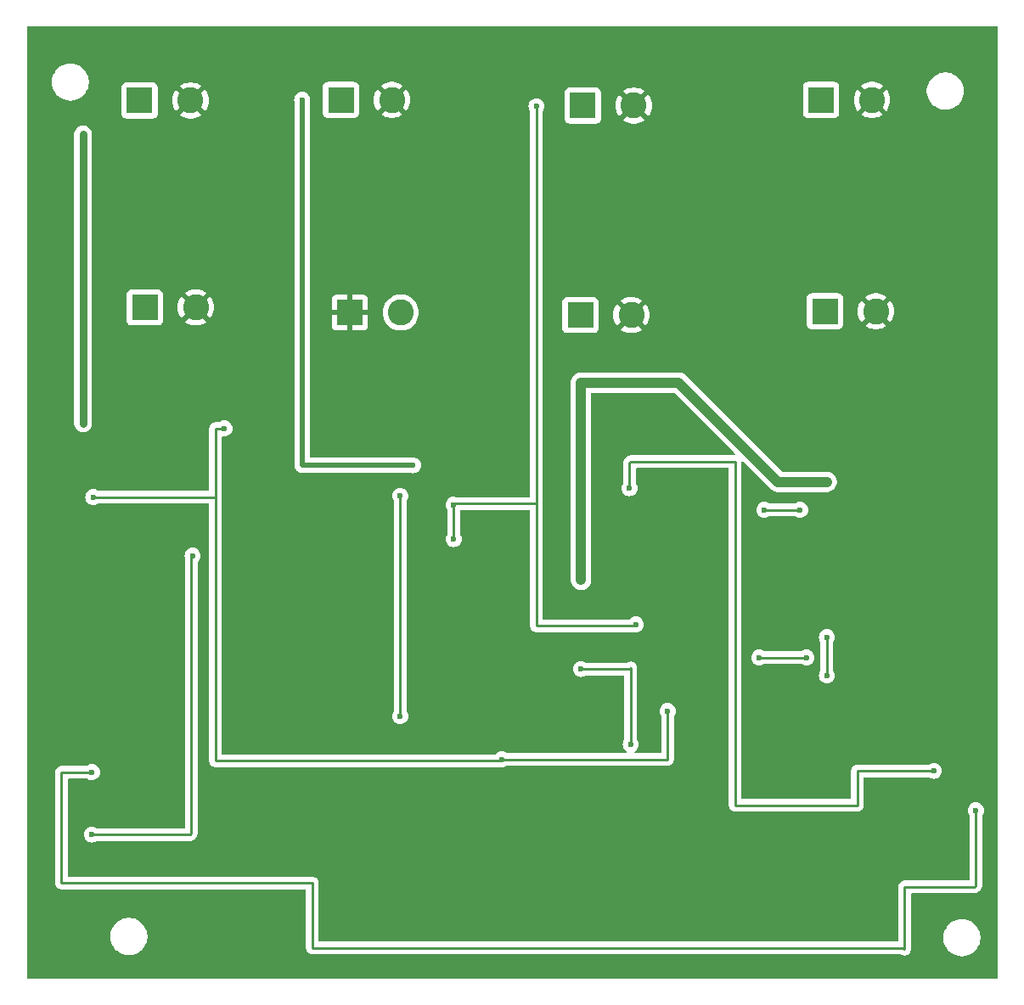
<source format=gbr>
G04 #@! TF.GenerationSoftware,KiCad,Pcbnew,8.0.4*
G04 #@! TF.CreationDate,2024-10-22T20:33:19-05:00*
G04 #@! TF.ProjectId,PCB_split,5043425f-7370-46c6-9974-2e6b69636164,rev?*
G04 #@! TF.SameCoordinates,Original*
G04 #@! TF.FileFunction,Copper,L2,Bot*
G04 #@! TF.FilePolarity,Positive*
%FSLAX46Y46*%
G04 Gerber Fmt 4.6, Leading zero omitted, Abs format (unit mm)*
G04 Created by KiCad (PCBNEW 8.0.4) date 2024-10-22 20:33:19*
%MOMM*%
%LPD*%
G01*
G04 APERTURE LIST*
G04 #@! TA.AperFunction,ComponentPad*
%ADD10R,2.600000X2.600000*%
G04 #@! TD*
G04 #@! TA.AperFunction,ComponentPad*
%ADD11C,2.600000*%
G04 #@! TD*
G04 #@! TA.AperFunction,ViaPad*
%ADD12C,0.600000*%
G04 #@! TD*
G04 #@! TA.AperFunction,Conductor*
%ADD13C,0.254000*%
G04 #@! TD*
G04 #@! TA.AperFunction,Conductor*
%ADD14C,0.762000*%
G04 #@! TD*
G04 #@! TA.AperFunction,Conductor*
%ADD15C,1.016000*%
G04 #@! TD*
G04 #@! TA.AperFunction,Conductor*
%ADD16C,0.508000*%
G04 #@! TD*
G04 APERTURE END LIST*
D10*
G04 #@! TO.P,J6,1,Pin_1*
G04 #@! TO.N,+12V*
X144202150Y-63373000D03*
D11*
G04 #@! TO.P,J6,2,Pin_2*
G04 #@! TO.N,GND*
X149282150Y-63373000D03*
G04 #@! TD*
G04 #@! TO.P,J7,2,Pin_2*
G04 #@! TO.N,GND*
X173285150Y-41910000D03*
D10*
G04 #@! TO.P,J7,1,Pin_1*
G04 #@! TO.N,+5V*
X168205150Y-41910000D03*
G04 #@! TD*
G04 #@! TO.P,J4,1,Pin_1*
G04 #@! TO.N,GND*
X121215150Y-63119000D03*
D11*
G04 #@! TO.P,J4,2,Pin_2*
G04 #@! TO.N,Net-(J4-Pin_2)*
X126295150Y-63119000D03*
G04 #@! TD*
D10*
G04 #@! TO.P,J2,1,Pin_1*
G04 #@! TO.N,+12V*
X100768150Y-62611000D03*
D11*
G04 #@! TO.P,J2,2,Pin_2*
G04 #@! TO.N,GND*
X105848150Y-62611000D03*
G04 #@! TD*
G04 #@! TO.P,J5,2,Pin_2*
G04 #@! TO.N,GND*
X149531150Y-42469000D03*
D10*
G04 #@! TO.P,J5,1,Pin_1*
G04 #@! TO.N,/VBAT_READ*
X144451150Y-42469000D03*
G04 #@! TD*
D11*
G04 #@! TO.P,J1,2,Pin_2*
G04 #@! TO.N,GND*
X105335150Y-41961000D03*
D10*
G04 #@! TO.P,J1,1,Pin_1*
G04 #@! TO.N,+5V*
X100255150Y-41961000D03*
G04 #@! TD*
G04 #@! TO.P,J8,1,Pin_1*
G04 #@! TO.N,+3V3*
X168586150Y-62992000D03*
D11*
G04 #@! TO.P,J8,2,Pin_2*
G04 #@! TO.N,GND*
X173666150Y-62992000D03*
G04 #@! TD*
G04 #@! TO.P,J3,2,Pin_2*
G04 #@! TO.N,GND*
X125406150Y-41910000D03*
D10*
G04 #@! TO.P,J3,1,Pin_1*
G04 #@! TO.N,+3V3*
X120326150Y-41910000D03*
G04 #@! TD*
D12*
G04 #@! TO.N,+5V*
X94615000Y-45339000D03*
X94615000Y-74168000D03*
G04 #@! TO.N,GND*
X120269000Y-93853000D03*
X100584000Y-84836000D03*
X159512000Y-53975000D03*
X134874000Y-48260000D03*
X115951000Y-113538000D03*
X155702000Y-99695000D03*
X157099000Y-87376000D03*
X140208000Y-95885000D03*
G04 #@! TO.N,Net-(JP1-A)*
X108712000Y-74676000D03*
X95631000Y-81534000D03*
X152908000Y-102870000D03*
X136398000Y-107696000D03*
G04 #@! TO.N,+12V*
X144272000Y-70104000D03*
X144272000Y-89789000D03*
X168783000Y-80010000D03*
G04 #@! TO.N,/SS*
X183642000Y-112776000D03*
X95504000Y-108966000D03*
G04 #@! TO.N,Net-(JP2-A)*
X149225000Y-106172000D03*
X105537000Y-87376000D03*
X144272000Y-98679000D03*
X95504000Y-115189000D03*
G04 #@! TO.N,Net-(D1-A)*
X166116000Y-82804000D03*
X162560000Y-82804000D03*
X168783000Y-99314000D03*
X168783000Y-95504000D03*
G04 #@! TO.N,+3V3*
X116459000Y-41910000D03*
X127508000Y-78359000D03*
G04 #@! TO.N,/VBAT_READ*
X139827000Y-42545000D03*
X131572000Y-85725000D03*
X149733000Y-94234000D03*
X131572000Y-82296000D03*
G04 #@! TO.N,Net-(F1-Pad2)*
X162052000Y-97536000D03*
X166751000Y-97536000D03*
G04 #@! TO.N,Net-(J4-Pin_2)*
X126238000Y-81407000D03*
X126238000Y-103378000D03*
G04 #@! TO.N,/FB*
X149098000Y-80645000D03*
X179451000Y-108839000D03*
G04 #@! TD*
D13*
G04 #@! TO.N,/SS*
X95504000Y-108966000D02*
X92456000Y-108966000D01*
X92456000Y-108966000D02*
X92456000Y-120015000D01*
X183642000Y-120269000D02*
X183515000Y-120396000D01*
X183515000Y-120396000D02*
X176530000Y-120396000D01*
X183642000Y-112776000D02*
X183642000Y-120269000D01*
X176530000Y-120396000D02*
X176530000Y-126619000D01*
X176530000Y-126619000D02*
X176403000Y-126492000D01*
X176403000Y-126492000D02*
X117475000Y-126492000D01*
X117475000Y-126492000D02*
X117475000Y-120015000D01*
X117475000Y-120015000D02*
X92456000Y-120015000D01*
D14*
G04 #@! TO.N,+5V*
X94615000Y-45339000D02*
X94615000Y-74168000D01*
D13*
G04 #@! TO.N,Net-(JP1-A)*
X107823000Y-107823000D02*
X136271000Y-107823000D01*
X95631000Y-81534000D02*
X107823000Y-81534000D01*
X136271000Y-107823000D02*
X136398000Y-107696000D01*
X152908000Y-107696000D02*
X152908000Y-102870000D01*
X107823000Y-74676000D02*
X108712000Y-74676000D01*
X107823000Y-81534000D02*
X107823000Y-74676000D01*
X107823000Y-81534000D02*
X107823000Y-107823000D01*
X136398000Y-107696000D02*
X152908000Y-107696000D01*
D15*
G04 #@! TO.N,+12V*
X168783000Y-80010000D02*
X163903000Y-80010000D01*
X144272000Y-70104000D02*
X144272000Y-89789000D01*
X163903000Y-80010000D02*
X153997000Y-70104000D01*
X153997000Y-70104000D02*
X144272000Y-70104000D01*
D13*
G04 #@! TO.N,Net-(JP2-A)*
X105410000Y-87503000D02*
X105537000Y-87376000D01*
X149225000Y-98552000D02*
X149225000Y-106172000D01*
X105283000Y-115189000D02*
X105410000Y-115062000D01*
X105410000Y-115062000D02*
X105410000Y-87503000D01*
X95504000Y-115189000D02*
X105283000Y-115189000D01*
X149098000Y-98679000D02*
X149225000Y-98552000D01*
X144272000Y-98679000D02*
X149098000Y-98679000D01*
G04 #@! TO.N,Net-(D1-A)*
X162560000Y-82804000D02*
X166116000Y-82804000D01*
X168783000Y-95504000D02*
X168783000Y-99314000D01*
D16*
G04 #@! TO.N,+3V3*
X127508000Y-78359000D02*
X116459000Y-78359000D01*
D13*
G04 #@! TO.N,/VBAT_READ*
X131699000Y-82169000D02*
X131572000Y-82296000D01*
X139827000Y-82169000D02*
X139827000Y-94361000D01*
X139827000Y-82169000D02*
X131699000Y-82169000D01*
X139827000Y-94361000D02*
X149606000Y-94361000D01*
X139827000Y-82169000D02*
X139827000Y-42545000D01*
X149606000Y-94361000D02*
X149733000Y-94234000D01*
X131572000Y-82296000D02*
X131572000Y-85725000D01*
G04 #@! TO.N,Net-(F1-Pad2)*
X162052000Y-97536000D02*
X166751000Y-97536000D01*
G04 #@! TO.N,Net-(J4-Pin_2)*
X126238000Y-81407000D02*
X126238000Y-103378000D01*
G04 #@! TO.N,/FB*
X159639000Y-112268000D02*
X171831000Y-112268000D01*
X149098000Y-78105000D02*
X149225000Y-77978000D01*
X171831000Y-108839000D02*
X179451000Y-108839000D01*
X171831000Y-112268000D02*
X171831000Y-108839000D01*
X149098000Y-80645000D02*
X149098000Y-78105000D01*
X159639000Y-77978000D02*
X159639000Y-112268000D01*
X149225000Y-77978000D02*
X159639000Y-77978000D01*
D16*
G04 #@! TO.N,+3V3*
X116459000Y-78359000D02*
X116459000Y-41910000D01*
G04 #@! TD*
G04 #@! TA.AperFunction,Conductor*
G04 #@! TO.N,GND*
G36*
X185751539Y-34556185D02*
G01*
X185797294Y-34608989D01*
X185808500Y-34660500D01*
X185808500Y-129423500D01*
X185788815Y-129490539D01*
X185736011Y-129536294D01*
X185684500Y-129547500D01*
X89143500Y-129547500D01*
X89076461Y-129527815D01*
X89030706Y-129475011D01*
X89019500Y-129423500D01*
X89019500Y-125227711D01*
X97336500Y-125227711D01*
X97336500Y-125470288D01*
X97368161Y-125710785D01*
X97430947Y-125945104D01*
X97523773Y-126169205D01*
X97523776Y-126169212D01*
X97645064Y-126379289D01*
X97645066Y-126379292D01*
X97645067Y-126379293D01*
X97792733Y-126571736D01*
X97792739Y-126571743D01*
X97964256Y-126743260D01*
X97964263Y-126743266D01*
X98040845Y-126802029D01*
X98156711Y-126890936D01*
X98366788Y-127012224D01*
X98590900Y-127105054D01*
X98825211Y-127167838D01*
X99005586Y-127191584D01*
X99065711Y-127199500D01*
X99065712Y-127199500D01*
X99308289Y-127199500D01*
X99356388Y-127193167D01*
X99548789Y-127167838D01*
X99783100Y-127105054D01*
X100007212Y-127012224D01*
X100217289Y-126890936D01*
X100409738Y-126743265D01*
X100581265Y-126571738D01*
X100728936Y-126379289D01*
X100850224Y-126169212D01*
X100943054Y-125945100D01*
X101005838Y-125710789D01*
X101037500Y-125470288D01*
X101037500Y-125227712D01*
X101005838Y-124987211D01*
X100943054Y-124752900D01*
X100850224Y-124528788D01*
X100728936Y-124318711D01*
X100581265Y-124126262D01*
X100581260Y-124126256D01*
X100409743Y-123954739D01*
X100409736Y-123954733D01*
X100217293Y-123807067D01*
X100217292Y-123807066D01*
X100217289Y-123807064D01*
X100007212Y-123685776D01*
X99938132Y-123657162D01*
X99783104Y-123592947D01*
X99548785Y-123530161D01*
X99308289Y-123498500D01*
X99308288Y-123498500D01*
X99065712Y-123498500D01*
X99065711Y-123498500D01*
X98825214Y-123530161D01*
X98590895Y-123592947D01*
X98366794Y-123685773D01*
X98366785Y-123685777D01*
X98156706Y-123807067D01*
X97964263Y-123954733D01*
X97964256Y-123954739D01*
X97792739Y-124126256D01*
X97792733Y-124126263D01*
X97645067Y-124318706D01*
X97523777Y-124528785D01*
X97523773Y-124528794D01*
X97430947Y-124752895D01*
X97368161Y-124987214D01*
X97336500Y-125227711D01*
X89019500Y-125227711D01*
X89019500Y-120076805D01*
X91828499Y-120076805D01*
X91852613Y-120198029D01*
X91852616Y-120198039D01*
X91899913Y-120312226D01*
X91899920Y-120312239D01*
X91968588Y-120415007D01*
X91968591Y-120415011D01*
X92055988Y-120502408D01*
X92055992Y-120502411D01*
X92158760Y-120571079D01*
X92158773Y-120571086D01*
X92272960Y-120618383D01*
X92272965Y-120618385D01*
X92272969Y-120618385D01*
X92272970Y-120618386D01*
X92394194Y-120642500D01*
X92394197Y-120642500D01*
X116723500Y-120642500D01*
X116790539Y-120662185D01*
X116836294Y-120714989D01*
X116847500Y-120766500D01*
X116847500Y-126553803D01*
X116847500Y-126553805D01*
X116847499Y-126553805D01*
X116871613Y-126675029D01*
X116871616Y-126675039D01*
X116918913Y-126789226D01*
X116918920Y-126789239D01*
X116987588Y-126892007D01*
X116987591Y-126892011D01*
X117074988Y-126979408D01*
X117074992Y-126979411D01*
X117177760Y-127048079D01*
X117177773Y-127048086D01*
X117291960Y-127095383D01*
X117291965Y-127095385D01*
X117291969Y-127095385D01*
X117291970Y-127095386D01*
X117413194Y-127119500D01*
X117413197Y-127119500D01*
X117536803Y-127119500D01*
X176111966Y-127119500D01*
X176179005Y-127139185D01*
X176180857Y-127140398D01*
X176232767Y-127175083D01*
X176346965Y-127222385D01*
X176346969Y-127222385D01*
X176346970Y-127222386D01*
X176468194Y-127246500D01*
X176468197Y-127246500D01*
X176591805Y-127246500D01*
X176673361Y-127230276D01*
X176713035Y-127222385D01*
X176827233Y-127175083D01*
X176930008Y-127106411D01*
X177017411Y-127019008D01*
X177086083Y-126916233D01*
X177133385Y-126802035D01*
X177145076Y-126743260D01*
X177157500Y-126680805D01*
X177157500Y-125354711D01*
X180394500Y-125354711D01*
X180394500Y-125597288D01*
X180426161Y-125837785D01*
X180488947Y-126072104D01*
X180581773Y-126296205D01*
X180581776Y-126296212D01*
X180703064Y-126506289D01*
X180703066Y-126506292D01*
X180703067Y-126506293D01*
X180850733Y-126698736D01*
X180850739Y-126698743D01*
X181022256Y-126870260D01*
X181022263Y-126870266D01*
X181135321Y-126957018D01*
X181214711Y-127017936D01*
X181424788Y-127139224D01*
X181648900Y-127232054D01*
X181883211Y-127294838D01*
X182063586Y-127318584D01*
X182123711Y-127326500D01*
X182123712Y-127326500D01*
X182366289Y-127326500D01*
X182414388Y-127320167D01*
X182606789Y-127294838D01*
X182841100Y-127232054D01*
X183065212Y-127139224D01*
X183275289Y-127017936D01*
X183467738Y-126870265D01*
X183639265Y-126698738D01*
X183786936Y-126506289D01*
X183908224Y-126296212D01*
X184001054Y-126072100D01*
X184063838Y-125837789D01*
X184095500Y-125597288D01*
X184095500Y-125354712D01*
X184063838Y-125114211D01*
X184001054Y-124879900D01*
X183908224Y-124655788D01*
X183786936Y-124445711D01*
X183639265Y-124253262D01*
X183639260Y-124253256D01*
X183467743Y-124081739D01*
X183467736Y-124081733D01*
X183275293Y-123934067D01*
X183275292Y-123934066D01*
X183275289Y-123934064D01*
X183065212Y-123812776D01*
X183065205Y-123812773D01*
X182841104Y-123719947D01*
X182606785Y-123657161D01*
X182366289Y-123625500D01*
X182366288Y-123625500D01*
X182123712Y-123625500D01*
X182123711Y-123625500D01*
X181883214Y-123657161D01*
X181648895Y-123719947D01*
X181424794Y-123812773D01*
X181424785Y-123812777D01*
X181214706Y-123934067D01*
X181022263Y-124081733D01*
X181022256Y-124081739D01*
X180850739Y-124253256D01*
X180850733Y-124253263D01*
X180703067Y-124445706D01*
X180581777Y-124655785D01*
X180581773Y-124655794D01*
X180488947Y-124879895D01*
X180426161Y-125114214D01*
X180394500Y-125354711D01*
X177157500Y-125354711D01*
X177157500Y-121147500D01*
X177177185Y-121080461D01*
X177229989Y-121034706D01*
X177281500Y-121023500D01*
X183576804Y-121023500D01*
X183576805Y-121023499D01*
X183698035Y-120999386D01*
X183778784Y-120965937D01*
X183812233Y-120952083D01*
X183915008Y-120883411D01*
X184002411Y-120796008D01*
X184129411Y-120669008D01*
X184163236Y-120618385D01*
X184198083Y-120566233D01*
X184245385Y-120452035D01*
X184268825Y-120334197D01*
X184269500Y-120330805D01*
X184269500Y-113317671D01*
X184288507Y-113251698D01*
X184367788Y-113125524D01*
X184427368Y-112955254D01*
X184427369Y-112955249D01*
X184447565Y-112776003D01*
X184447565Y-112775996D01*
X184427369Y-112596750D01*
X184427368Y-112596745D01*
X184367788Y-112426476D01*
X184271815Y-112273737D01*
X184144262Y-112146184D01*
X183991523Y-112050211D01*
X183821254Y-111990631D01*
X183821249Y-111990630D01*
X183642004Y-111970435D01*
X183641996Y-111970435D01*
X183462750Y-111990630D01*
X183462745Y-111990631D01*
X183292476Y-112050211D01*
X183139737Y-112146184D01*
X183012184Y-112273737D01*
X182916211Y-112426476D01*
X182856631Y-112596745D01*
X182856630Y-112596750D01*
X182836435Y-112775996D01*
X182836435Y-112776003D01*
X182856630Y-112955249D01*
X182856631Y-112955254D01*
X182916211Y-113125524D01*
X182995493Y-113251698D01*
X183014500Y-113317671D01*
X183014500Y-119644500D01*
X182994815Y-119711539D01*
X182942011Y-119757294D01*
X182890500Y-119768500D01*
X176468195Y-119768500D01*
X176346970Y-119792613D01*
X176346960Y-119792616D01*
X176232773Y-119839913D01*
X176232760Y-119839920D01*
X176129992Y-119908588D01*
X176129988Y-119908591D01*
X176042591Y-119995988D01*
X176042588Y-119995992D01*
X175973920Y-120098760D01*
X175973913Y-120098773D01*
X175926616Y-120212960D01*
X175926613Y-120212970D01*
X175902500Y-120334194D01*
X175902500Y-125740500D01*
X175882815Y-125807539D01*
X175830011Y-125853294D01*
X175778500Y-125864500D01*
X118226500Y-125864500D01*
X118159461Y-125844815D01*
X118113706Y-125792011D01*
X118102500Y-125740500D01*
X118102500Y-119953194D01*
X118078386Y-119831970D01*
X118078385Y-119831969D01*
X118078385Y-119831965D01*
X118052097Y-119768500D01*
X118031086Y-119717773D01*
X118031079Y-119717760D01*
X117962411Y-119614992D01*
X117962408Y-119614988D01*
X117875011Y-119527591D01*
X117875007Y-119527588D01*
X117772239Y-119458920D01*
X117772226Y-119458913D01*
X117658039Y-119411616D01*
X117658029Y-119411613D01*
X117536805Y-119387500D01*
X117536803Y-119387500D01*
X93207500Y-119387500D01*
X93140461Y-119367815D01*
X93094706Y-119315011D01*
X93083500Y-119263500D01*
X93083500Y-115188996D01*
X94698435Y-115188996D01*
X94698435Y-115189003D01*
X94718630Y-115368249D01*
X94718631Y-115368254D01*
X94778211Y-115538523D01*
X94809933Y-115589008D01*
X94874184Y-115691262D01*
X95001738Y-115818816D01*
X95154478Y-115914789D01*
X95324745Y-115974368D01*
X95324750Y-115974369D01*
X95503996Y-115994565D01*
X95504000Y-115994565D01*
X95504004Y-115994565D01*
X95683249Y-115974369D01*
X95683252Y-115974368D01*
X95683255Y-115974368D01*
X95853522Y-115914789D01*
X95979700Y-115835505D01*
X96045672Y-115816500D01*
X105344804Y-115816500D01*
X105344805Y-115816499D01*
X105466035Y-115792386D01*
X105546784Y-115758937D01*
X105580233Y-115745083D01*
X105683008Y-115676411D01*
X105770411Y-115589008D01*
X105897411Y-115462008D01*
X105966083Y-115359233D01*
X106013385Y-115245035D01*
X106037500Y-115123803D01*
X106037500Y-88058940D01*
X106057185Y-87991901D01*
X106073819Y-87971259D01*
X106166816Y-87878262D01*
X106262789Y-87725522D01*
X106322368Y-87555255D01*
X106342565Y-87376000D01*
X106322368Y-87196745D01*
X106262789Y-87026478D01*
X106166816Y-86873738D01*
X106039262Y-86746184D01*
X105886523Y-86650211D01*
X105716254Y-86590631D01*
X105716249Y-86590630D01*
X105537004Y-86570435D01*
X105536996Y-86570435D01*
X105357750Y-86590630D01*
X105357745Y-86590631D01*
X105187476Y-86650211D01*
X105034737Y-86746184D01*
X104907184Y-86873737D01*
X104811211Y-87026476D01*
X104751631Y-87196745D01*
X104751630Y-87196750D01*
X104731435Y-87375996D01*
X104731435Y-87376003D01*
X104751630Y-87555246D01*
X104751632Y-87555256D01*
X104775541Y-87623582D01*
X104782500Y-87664537D01*
X104782500Y-114437500D01*
X104762815Y-114504539D01*
X104710011Y-114550294D01*
X104658500Y-114561500D01*
X96045672Y-114561500D01*
X95979700Y-114542494D01*
X95853523Y-114463211D01*
X95683254Y-114403631D01*
X95683249Y-114403630D01*
X95504004Y-114383435D01*
X95503996Y-114383435D01*
X95324750Y-114403630D01*
X95324745Y-114403631D01*
X95154476Y-114463211D01*
X95001737Y-114559184D01*
X94874184Y-114686737D01*
X94778211Y-114839476D01*
X94718631Y-115009745D01*
X94718630Y-115009750D01*
X94698435Y-115188996D01*
X93083500Y-115188996D01*
X93083500Y-109717500D01*
X93103185Y-109650461D01*
X93155989Y-109604706D01*
X93207500Y-109593500D01*
X94962328Y-109593500D01*
X95028300Y-109612506D01*
X95079321Y-109644565D01*
X95154478Y-109691789D01*
X95227956Y-109717500D01*
X95324745Y-109751368D01*
X95324750Y-109751369D01*
X95503996Y-109771565D01*
X95504000Y-109771565D01*
X95504004Y-109771565D01*
X95683249Y-109751369D01*
X95683252Y-109751368D01*
X95683255Y-109751368D01*
X95853522Y-109691789D01*
X96006262Y-109595816D01*
X96133816Y-109468262D01*
X96229789Y-109315522D01*
X96289368Y-109145255D01*
X96289369Y-109145249D01*
X96309565Y-108966003D01*
X96309565Y-108965996D01*
X96289369Y-108786750D01*
X96289368Y-108786745D01*
X96248083Y-108668760D01*
X96229789Y-108616478D01*
X96133816Y-108463738D01*
X96006262Y-108336184D01*
X95853523Y-108240211D01*
X95683254Y-108180631D01*
X95683249Y-108180630D01*
X95504004Y-108160435D01*
X95503996Y-108160435D01*
X95324750Y-108180630D01*
X95324745Y-108180631D01*
X95154476Y-108240211D01*
X95028300Y-108319494D01*
X94962328Y-108338500D01*
X92394195Y-108338500D01*
X92272970Y-108362613D01*
X92272960Y-108362616D01*
X92158773Y-108409913D01*
X92158760Y-108409920D01*
X92055992Y-108478588D01*
X92055988Y-108478591D01*
X91968591Y-108565988D01*
X91968588Y-108565992D01*
X91899920Y-108668760D01*
X91899913Y-108668773D01*
X91852616Y-108782960D01*
X91852613Y-108782970D01*
X91828500Y-108904194D01*
X91828500Y-108904197D01*
X91828500Y-119953197D01*
X91828500Y-120076803D01*
X91828500Y-120076805D01*
X91828499Y-120076805D01*
X89019500Y-120076805D01*
X89019500Y-81533996D01*
X94825435Y-81533996D01*
X94825435Y-81534003D01*
X94845630Y-81713249D01*
X94845631Y-81713254D01*
X94905211Y-81883523D01*
X94944769Y-81946478D01*
X95001184Y-82036262D01*
X95128738Y-82163816D01*
X95155300Y-82180506D01*
X95240417Y-82233989D01*
X95281478Y-82259789D01*
X95451745Y-82319368D01*
X95451750Y-82319369D01*
X95630996Y-82339565D01*
X95631000Y-82339565D01*
X95631004Y-82339565D01*
X95810249Y-82319369D01*
X95810252Y-82319368D01*
X95810255Y-82319368D01*
X95980522Y-82259789D01*
X96106700Y-82180505D01*
X96172672Y-82161500D01*
X107071500Y-82161500D01*
X107138539Y-82181185D01*
X107184294Y-82233989D01*
X107195500Y-82285500D01*
X107195500Y-107884803D01*
X107195500Y-107884805D01*
X107195499Y-107884805D01*
X107219613Y-108006029D01*
X107219616Y-108006039D01*
X107266913Y-108120226D01*
X107266920Y-108120239D01*
X107335588Y-108223007D01*
X107335591Y-108223011D01*
X107422988Y-108310408D01*
X107422992Y-108310411D01*
X107525760Y-108379079D01*
X107525773Y-108379086D01*
X107628867Y-108421788D01*
X107639965Y-108426385D01*
X107639969Y-108426385D01*
X107639970Y-108426386D01*
X107761194Y-108450500D01*
X107761197Y-108450500D01*
X107884803Y-108450500D01*
X136109460Y-108450500D01*
X136150415Y-108457459D01*
X136218737Y-108481366D01*
X136218743Y-108481367D01*
X136218745Y-108481368D01*
X136218746Y-108481368D01*
X136218750Y-108481369D01*
X136397996Y-108501565D01*
X136398000Y-108501565D01*
X136398004Y-108501565D01*
X136577249Y-108481369D01*
X136577252Y-108481368D01*
X136577255Y-108481368D01*
X136747522Y-108421789D01*
X136873700Y-108342505D01*
X136939672Y-108323500D01*
X152969805Y-108323500D01*
X153051361Y-108307276D01*
X153091035Y-108299385D01*
X153205233Y-108252083D01*
X153308008Y-108183411D01*
X153395411Y-108096008D01*
X153464083Y-107993233D01*
X153511385Y-107879035D01*
X153535500Y-107757803D01*
X153535500Y-103411671D01*
X153554507Y-103345698D01*
X153633788Y-103219524D01*
X153693368Y-103049254D01*
X153693369Y-103049249D01*
X153713565Y-102870003D01*
X153713565Y-102869996D01*
X153693369Y-102690750D01*
X153693368Y-102690745D01*
X153633788Y-102520476D01*
X153537815Y-102367737D01*
X153410262Y-102240184D01*
X153257523Y-102144211D01*
X153087254Y-102084631D01*
X153087249Y-102084630D01*
X152908004Y-102064435D01*
X152907996Y-102064435D01*
X152728750Y-102084630D01*
X152728745Y-102084631D01*
X152558476Y-102144211D01*
X152405737Y-102240184D01*
X152278184Y-102367737D01*
X152182211Y-102520476D01*
X152122631Y-102690745D01*
X152122630Y-102690750D01*
X152102435Y-102869996D01*
X152102435Y-102870003D01*
X152122630Y-103049249D01*
X152122631Y-103049254D01*
X152182211Y-103219524D01*
X152261493Y-103345698D01*
X152280500Y-103411671D01*
X152280500Y-106944500D01*
X152260815Y-107011539D01*
X152208011Y-107057294D01*
X152156500Y-107068500D01*
X149733251Y-107068500D01*
X149666212Y-107048815D01*
X149620457Y-106996011D01*
X149610513Y-106926853D01*
X149639538Y-106863297D01*
X149667278Y-106839507D01*
X149727260Y-106801817D01*
X149727259Y-106801817D01*
X149727262Y-106801816D01*
X149854816Y-106674262D01*
X149950789Y-106521522D01*
X150010368Y-106351255D01*
X150030565Y-106172000D01*
X150010368Y-105992745D01*
X149950789Y-105822478D01*
X149871505Y-105696299D01*
X149852500Y-105630328D01*
X149852500Y-98490194D01*
X149828386Y-98368970D01*
X149828385Y-98368969D01*
X149828385Y-98368965D01*
X149783992Y-98261789D01*
X149781086Y-98254773D01*
X149781079Y-98254760D01*
X149712411Y-98151992D01*
X149712408Y-98151988D01*
X149625011Y-98064591D01*
X149625007Y-98064588D01*
X149522239Y-97995920D01*
X149522226Y-97995913D01*
X149408039Y-97948616D01*
X149408029Y-97948613D01*
X149286805Y-97924500D01*
X149286803Y-97924500D01*
X149163197Y-97924500D01*
X149163195Y-97924500D01*
X149041970Y-97948613D01*
X149041960Y-97948616D01*
X148927774Y-97995913D01*
X148927763Y-97995919D01*
X148875855Y-98030603D01*
X148809177Y-98051480D01*
X148806965Y-98051500D01*
X144813672Y-98051500D01*
X144747700Y-98032494D01*
X144621523Y-97953211D01*
X144451254Y-97893631D01*
X144451249Y-97893630D01*
X144272004Y-97873435D01*
X144271996Y-97873435D01*
X144092750Y-97893630D01*
X144092745Y-97893631D01*
X143922476Y-97953211D01*
X143769737Y-98049184D01*
X143642184Y-98176737D01*
X143546211Y-98329476D01*
X143486631Y-98499745D01*
X143486630Y-98499750D01*
X143466435Y-98678996D01*
X143466435Y-98679003D01*
X143486630Y-98858249D01*
X143486631Y-98858254D01*
X143546211Y-99028523D01*
X143642184Y-99181262D01*
X143769738Y-99308816D01*
X143796300Y-99325506D01*
X143881417Y-99378989D01*
X143922478Y-99404789D01*
X143995956Y-99430500D01*
X144092745Y-99464368D01*
X144092750Y-99464369D01*
X144271996Y-99484565D01*
X144272000Y-99484565D01*
X144272004Y-99484565D01*
X144451249Y-99464369D01*
X144451252Y-99464368D01*
X144451255Y-99464368D01*
X144621522Y-99404789D01*
X144747700Y-99325505D01*
X144813672Y-99306500D01*
X148473500Y-99306500D01*
X148540539Y-99326185D01*
X148586294Y-99378989D01*
X148597500Y-99430500D01*
X148597500Y-105630328D01*
X148578494Y-105696300D01*
X148499211Y-105822476D01*
X148439631Y-105992745D01*
X148439630Y-105992750D01*
X148419435Y-106171996D01*
X148419435Y-106172003D01*
X148439630Y-106351249D01*
X148439631Y-106351254D01*
X148499211Y-106521523D01*
X148595184Y-106674262D01*
X148722739Y-106801817D01*
X148782722Y-106839507D01*
X148829012Y-106891841D01*
X148839660Y-106960895D01*
X148811285Y-107024743D01*
X148752895Y-107063115D01*
X148716749Y-107068500D01*
X136939672Y-107068500D01*
X136873700Y-107049494D01*
X136747523Y-106970211D01*
X136577254Y-106910631D01*
X136577249Y-106910630D01*
X136398004Y-106890435D01*
X136397996Y-106890435D01*
X136218750Y-106910630D01*
X136218745Y-106910631D01*
X136048476Y-106970211D01*
X135895739Y-107066183D01*
X135802740Y-107159182D01*
X135741416Y-107192666D01*
X135715059Y-107195500D01*
X108574500Y-107195500D01*
X108507461Y-107175815D01*
X108461706Y-107123011D01*
X108450500Y-107071500D01*
X108450500Y-81406996D01*
X125432435Y-81406996D01*
X125432435Y-81407003D01*
X125452630Y-81586249D01*
X125452631Y-81586254D01*
X125512211Y-81756524D01*
X125591493Y-81882698D01*
X125610500Y-81948671D01*
X125610500Y-102836328D01*
X125591494Y-102902300D01*
X125512211Y-103028476D01*
X125452631Y-103198745D01*
X125452630Y-103198750D01*
X125432435Y-103377996D01*
X125432435Y-103378003D01*
X125452630Y-103557249D01*
X125452631Y-103557254D01*
X125512211Y-103727523D01*
X125608184Y-103880262D01*
X125735738Y-104007816D01*
X125888478Y-104103789D01*
X126058745Y-104163368D01*
X126058750Y-104163369D01*
X126237996Y-104183565D01*
X126238000Y-104183565D01*
X126238004Y-104183565D01*
X126417249Y-104163369D01*
X126417252Y-104163368D01*
X126417255Y-104163368D01*
X126587522Y-104103789D01*
X126740262Y-104007816D01*
X126867816Y-103880262D01*
X126963789Y-103727522D01*
X127023368Y-103557255D01*
X127023369Y-103557249D01*
X127043565Y-103378003D01*
X127043565Y-103377996D01*
X127023369Y-103198750D01*
X127023368Y-103198745D01*
X126963788Y-103028476D01*
X126884506Y-102902300D01*
X126865500Y-102836328D01*
X126865500Y-82295996D01*
X130766435Y-82295996D01*
X130766435Y-82296003D01*
X130786630Y-82475249D01*
X130786631Y-82475254D01*
X130846211Y-82645524D01*
X130925493Y-82771698D01*
X130944500Y-82837671D01*
X130944500Y-85183328D01*
X130925494Y-85249300D01*
X130846211Y-85375476D01*
X130786631Y-85545745D01*
X130786630Y-85545750D01*
X130766435Y-85724996D01*
X130766435Y-85725003D01*
X130786630Y-85904249D01*
X130786631Y-85904254D01*
X130846211Y-86074523D01*
X130942184Y-86227262D01*
X131069738Y-86354816D01*
X131222478Y-86450789D01*
X131392745Y-86510368D01*
X131392750Y-86510369D01*
X131571996Y-86530565D01*
X131572000Y-86530565D01*
X131572004Y-86530565D01*
X131751249Y-86510369D01*
X131751252Y-86510368D01*
X131751255Y-86510368D01*
X131921522Y-86450789D01*
X132074262Y-86354816D01*
X132201816Y-86227262D01*
X132297789Y-86074522D01*
X132357368Y-85904255D01*
X132377565Y-85725000D01*
X132357368Y-85545745D01*
X132297789Y-85375478D01*
X132218505Y-85249299D01*
X132199500Y-85183328D01*
X132199500Y-82920500D01*
X132219185Y-82853461D01*
X132271989Y-82807706D01*
X132323500Y-82796500D01*
X139075500Y-82796500D01*
X139142539Y-82816185D01*
X139188294Y-82868989D01*
X139199500Y-82920500D01*
X139199500Y-94299197D01*
X139199500Y-94422803D01*
X139199500Y-94422805D01*
X139199499Y-94422805D01*
X139223613Y-94544029D01*
X139223616Y-94544039D01*
X139270913Y-94658226D01*
X139270920Y-94658239D01*
X139339588Y-94761007D01*
X139339591Y-94761011D01*
X139426988Y-94848408D01*
X139426992Y-94848411D01*
X139529760Y-94917079D01*
X139529773Y-94917086D01*
X139632867Y-94959788D01*
X139643965Y-94964385D01*
X139643969Y-94964385D01*
X139643970Y-94964386D01*
X139765194Y-94988500D01*
X139765197Y-94988500D01*
X149444460Y-94988500D01*
X149485415Y-94995459D01*
X149553737Y-95019366D01*
X149553743Y-95019367D01*
X149553745Y-95019368D01*
X149553746Y-95019368D01*
X149553750Y-95019369D01*
X149732996Y-95039565D01*
X149733000Y-95039565D01*
X149733004Y-95039565D01*
X149912249Y-95019369D01*
X149912252Y-95019368D01*
X149912255Y-95019368D01*
X150082522Y-94959789D01*
X150235262Y-94863816D01*
X150362816Y-94736262D01*
X150458789Y-94583522D01*
X150518368Y-94413255D01*
X150538565Y-94234000D01*
X150518368Y-94054745D01*
X150458789Y-93884478D01*
X150362816Y-93731738D01*
X150235262Y-93604184D01*
X150235260Y-93604183D01*
X150082523Y-93508211D01*
X149912254Y-93448631D01*
X149912249Y-93448630D01*
X149733004Y-93428435D01*
X149732996Y-93428435D01*
X149553750Y-93448630D01*
X149553745Y-93448631D01*
X149383476Y-93508211D01*
X149230739Y-93604183D01*
X149137740Y-93697182D01*
X149076416Y-93730666D01*
X149050059Y-93733500D01*
X140578500Y-93733500D01*
X140511461Y-93713815D01*
X140465706Y-93661011D01*
X140454500Y-93609500D01*
X140454500Y-70004666D01*
X143263500Y-70004666D01*
X143263500Y-89888333D01*
X143302254Y-90083161D01*
X143302256Y-90083169D01*
X143378277Y-90266701D01*
X143378282Y-90266710D01*
X143488646Y-90431880D01*
X143488649Y-90431884D01*
X143629115Y-90572350D01*
X143629119Y-90572353D01*
X143794289Y-90682717D01*
X143794295Y-90682720D01*
X143794296Y-90682721D01*
X143977831Y-90758744D01*
X144172666Y-90797499D01*
X144172670Y-90797500D01*
X144172671Y-90797500D01*
X144371330Y-90797500D01*
X144371331Y-90797499D01*
X144566169Y-90758744D01*
X144749704Y-90682721D01*
X144914881Y-90572353D01*
X145055353Y-90431881D01*
X145165721Y-90266704D01*
X145241744Y-90083169D01*
X145280500Y-89888329D01*
X145280500Y-71236500D01*
X145300185Y-71169461D01*
X145352989Y-71123706D01*
X145404500Y-71112500D01*
X153527904Y-71112500D01*
X153594943Y-71132185D01*
X153615585Y-71148819D01*
X159605584Y-77138819D01*
X159639069Y-77200142D01*
X159634085Y-77269834D01*
X159592213Y-77325767D01*
X159526749Y-77350184D01*
X159517903Y-77350500D01*
X149163195Y-77350500D01*
X149041970Y-77374613D01*
X149041960Y-77374616D01*
X148927769Y-77421915D01*
X148844581Y-77477500D01*
X148844580Y-77477501D01*
X148824991Y-77490589D01*
X148783570Y-77532011D01*
X148697992Y-77617589D01*
X148654289Y-77661292D01*
X148610586Y-77704994D01*
X148610585Y-77704996D01*
X148541233Y-77808789D01*
X148539586Y-77813393D01*
X148497003Y-77916197D01*
X148494614Y-77921965D01*
X148478772Y-78001610D01*
X148478772Y-78001611D01*
X148470500Y-78043195D01*
X148470500Y-80103328D01*
X148451494Y-80169300D01*
X148372211Y-80295476D01*
X148312631Y-80465745D01*
X148312630Y-80465750D01*
X148292435Y-80644996D01*
X148292435Y-80645003D01*
X148312630Y-80824249D01*
X148312631Y-80824254D01*
X148372211Y-80994523D01*
X148411769Y-81057478D01*
X148468184Y-81147262D01*
X148595738Y-81274816D01*
X148748478Y-81370789D01*
X148918745Y-81430368D01*
X148918750Y-81430369D01*
X149097996Y-81450565D01*
X149098000Y-81450565D01*
X149098004Y-81450565D01*
X149277249Y-81430369D01*
X149277252Y-81430368D01*
X149277255Y-81430368D01*
X149447522Y-81370789D01*
X149600262Y-81274816D01*
X149727816Y-81147262D01*
X149823789Y-80994522D01*
X149883368Y-80824255D01*
X149885176Y-80808211D01*
X149903565Y-80645003D01*
X149903565Y-80644996D01*
X149883369Y-80465750D01*
X149883368Y-80465745D01*
X149823788Y-80295476D01*
X149744506Y-80169300D01*
X149725500Y-80103328D01*
X149725500Y-78729500D01*
X149745185Y-78662461D01*
X149797989Y-78616706D01*
X149849500Y-78605500D01*
X158887500Y-78605500D01*
X158954539Y-78625185D01*
X159000294Y-78677989D01*
X159011500Y-78729500D01*
X159011500Y-112329803D01*
X159011500Y-112329805D01*
X159011499Y-112329805D01*
X159035613Y-112451029D01*
X159035616Y-112451039D01*
X159082913Y-112565226D01*
X159082920Y-112565239D01*
X159151588Y-112668007D01*
X159151591Y-112668011D01*
X159238988Y-112755408D01*
X159238992Y-112755411D01*
X159341760Y-112824079D01*
X159341773Y-112824086D01*
X159455960Y-112871383D01*
X159455965Y-112871385D01*
X159455969Y-112871385D01*
X159455970Y-112871386D01*
X159577194Y-112895500D01*
X159577197Y-112895500D01*
X171892805Y-112895500D01*
X171974361Y-112879276D01*
X172014035Y-112871385D01*
X172128233Y-112824083D01*
X172231008Y-112755411D01*
X172318411Y-112668008D01*
X172387083Y-112565233D01*
X172434385Y-112451035D01*
X172458500Y-112329803D01*
X172458500Y-109590500D01*
X172478185Y-109523461D01*
X172530989Y-109477706D01*
X172582500Y-109466500D01*
X178909328Y-109466500D01*
X178975299Y-109485505D01*
X179101478Y-109564789D01*
X179271745Y-109624368D01*
X179271750Y-109624369D01*
X179450996Y-109644565D01*
X179451000Y-109644565D01*
X179451004Y-109644565D01*
X179630249Y-109624369D01*
X179630252Y-109624368D01*
X179630255Y-109624368D01*
X179800522Y-109564789D01*
X179953262Y-109468816D01*
X180080816Y-109341262D01*
X180176789Y-109188522D01*
X180236368Y-109018255D01*
X180236369Y-109018249D01*
X180256565Y-108839003D01*
X180256565Y-108838996D01*
X180236369Y-108659750D01*
X180236368Y-108659745D01*
X180221228Y-108616478D01*
X180176789Y-108489478D01*
X180169946Y-108478588D01*
X180134257Y-108421789D01*
X180080816Y-108336738D01*
X179953262Y-108209184D01*
X179907822Y-108180632D01*
X179800523Y-108113211D01*
X179630254Y-108053631D01*
X179630249Y-108053630D01*
X179451004Y-108033435D01*
X179450996Y-108033435D01*
X179271750Y-108053630D01*
X179271745Y-108053631D01*
X179101476Y-108113211D01*
X178975300Y-108192494D01*
X178909328Y-108211500D01*
X171769195Y-108211500D01*
X171647970Y-108235613D01*
X171647960Y-108235616D01*
X171533773Y-108282913D01*
X171533760Y-108282920D01*
X171430992Y-108351588D01*
X171430988Y-108351591D01*
X171343591Y-108438988D01*
X171343588Y-108438992D01*
X171274920Y-108541760D01*
X171274913Y-108541773D01*
X171227616Y-108655960D01*
X171227613Y-108655970D01*
X171203500Y-108777194D01*
X171203500Y-111516500D01*
X171183815Y-111583539D01*
X171131011Y-111629294D01*
X171079500Y-111640500D01*
X160390500Y-111640500D01*
X160323461Y-111620815D01*
X160277706Y-111568011D01*
X160266500Y-111516500D01*
X160266500Y-97535996D01*
X161246435Y-97535996D01*
X161246435Y-97536003D01*
X161266630Y-97715249D01*
X161266631Y-97715254D01*
X161326211Y-97885523D01*
X161418560Y-98032494D01*
X161422184Y-98038262D01*
X161549738Y-98165816D01*
X161576300Y-98182506D01*
X161691302Y-98254767D01*
X161702478Y-98261789D01*
X161872745Y-98321368D01*
X161872750Y-98321369D01*
X162051996Y-98341565D01*
X162052000Y-98341565D01*
X162052004Y-98341565D01*
X162231249Y-98321369D01*
X162231252Y-98321368D01*
X162231255Y-98321368D01*
X162401522Y-98261789D01*
X162527700Y-98182505D01*
X162593672Y-98163500D01*
X166209328Y-98163500D01*
X166275300Y-98182506D01*
X166390302Y-98254767D01*
X166401478Y-98261789D01*
X166571745Y-98321368D01*
X166571750Y-98321369D01*
X166750996Y-98341565D01*
X166751000Y-98341565D01*
X166751004Y-98341565D01*
X166930249Y-98321369D01*
X166930252Y-98321368D01*
X166930255Y-98321368D01*
X167100522Y-98261789D01*
X167253262Y-98165816D01*
X167380816Y-98038262D01*
X167476789Y-97885522D01*
X167536368Y-97715255D01*
X167556565Y-97536000D01*
X167536368Y-97356745D01*
X167476789Y-97186478D01*
X167380816Y-97033738D01*
X167253262Y-96906184D01*
X167226700Y-96889494D01*
X167100523Y-96810211D01*
X166930254Y-96750631D01*
X166930249Y-96750630D01*
X166751004Y-96730435D01*
X166750996Y-96730435D01*
X166571750Y-96750630D01*
X166571745Y-96750631D01*
X166401476Y-96810211D01*
X166275300Y-96889494D01*
X166209328Y-96908500D01*
X162593672Y-96908500D01*
X162527700Y-96889494D01*
X162401523Y-96810211D01*
X162231254Y-96750631D01*
X162231249Y-96750630D01*
X162052004Y-96730435D01*
X162051996Y-96730435D01*
X161872750Y-96750630D01*
X161872745Y-96750631D01*
X161702476Y-96810211D01*
X161549737Y-96906184D01*
X161422184Y-97033737D01*
X161326211Y-97186476D01*
X161266631Y-97356745D01*
X161266630Y-97356750D01*
X161246435Y-97535996D01*
X160266500Y-97535996D01*
X160266500Y-95503996D01*
X167977435Y-95503996D01*
X167977435Y-95504003D01*
X167997630Y-95683249D01*
X167997631Y-95683254D01*
X168057211Y-95853524D01*
X168136493Y-95979698D01*
X168155500Y-96045671D01*
X168155500Y-98772328D01*
X168136494Y-98838300D01*
X168057211Y-98964476D01*
X167997631Y-99134745D01*
X167997630Y-99134750D01*
X167977435Y-99313996D01*
X167977435Y-99314003D01*
X167997630Y-99493249D01*
X167997631Y-99493254D01*
X168057211Y-99663523D01*
X168153184Y-99816262D01*
X168280738Y-99943816D01*
X168433478Y-100039789D01*
X168603745Y-100099368D01*
X168603750Y-100099369D01*
X168782996Y-100119565D01*
X168783000Y-100119565D01*
X168783004Y-100119565D01*
X168962249Y-100099369D01*
X168962252Y-100099368D01*
X168962255Y-100099368D01*
X169132522Y-100039789D01*
X169285262Y-99943816D01*
X169412816Y-99816262D01*
X169508789Y-99663522D01*
X169568368Y-99493255D01*
X169588565Y-99314000D01*
X169573609Y-99181262D01*
X169568369Y-99134750D01*
X169568368Y-99134745D01*
X169508788Y-98964476D01*
X169429506Y-98838300D01*
X169410500Y-98772328D01*
X169410500Y-96045671D01*
X169429507Y-95979698D01*
X169508788Y-95853524D01*
X169568368Y-95683254D01*
X169568369Y-95683249D01*
X169588565Y-95504003D01*
X169588565Y-95503996D01*
X169568369Y-95324750D01*
X169568368Y-95324745D01*
X169508788Y-95154476D01*
X169423894Y-95019369D01*
X169412816Y-95001738D01*
X169285262Y-94874184D01*
X169132523Y-94778211D01*
X168962254Y-94718631D01*
X168962249Y-94718630D01*
X168783004Y-94698435D01*
X168782996Y-94698435D01*
X168603750Y-94718630D01*
X168603745Y-94718631D01*
X168433476Y-94778211D01*
X168280737Y-94874184D01*
X168153184Y-95001737D01*
X168057211Y-95154476D01*
X167997631Y-95324745D01*
X167997630Y-95324750D01*
X167977435Y-95503996D01*
X160266500Y-95503996D01*
X160266500Y-82803996D01*
X161754435Y-82803996D01*
X161754435Y-82804003D01*
X161774630Y-82983249D01*
X161774631Y-82983254D01*
X161834211Y-83153523D01*
X161930184Y-83306262D01*
X162057738Y-83433816D01*
X162210478Y-83529789D01*
X162380745Y-83589368D01*
X162380750Y-83589369D01*
X162559996Y-83609565D01*
X162560000Y-83609565D01*
X162560004Y-83609565D01*
X162739249Y-83589369D01*
X162739252Y-83589368D01*
X162739255Y-83589368D01*
X162909522Y-83529789D01*
X163035700Y-83450505D01*
X163101672Y-83431500D01*
X165574328Y-83431500D01*
X165640299Y-83450505D01*
X165766478Y-83529789D01*
X165936745Y-83589368D01*
X165936750Y-83589369D01*
X166115996Y-83609565D01*
X166116000Y-83609565D01*
X166116004Y-83609565D01*
X166295249Y-83589369D01*
X166295252Y-83589368D01*
X166295255Y-83589368D01*
X166465522Y-83529789D01*
X166618262Y-83433816D01*
X166745816Y-83306262D01*
X166841789Y-83153522D01*
X166901368Y-82983255D01*
X166915992Y-82853461D01*
X166921565Y-82804003D01*
X166921565Y-82803996D01*
X166901369Y-82624750D01*
X166901368Y-82624745D01*
X166841788Y-82454476D01*
X166756894Y-82319369D01*
X166745816Y-82301738D01*
X166618262Y-82174184D01*
X166465523Y-82078211D01*
X166295254Y-82018631D01*
X166295249Y-82018630D01*
X166116004Y-81998435D01*
X166115996Y-81998435D01*
X165936750Y-82018630D01*
X165936745Y-82018631D01*
X165766476Y-82078211D01*
X165640300Y-82157494D01*
X165574328Y-82176500D01*
X163101672Y-82176500D01*
X163035700Y-82157494D01*
X162909523Y-82078211D01*
X162739254Y-82018631D01*
X162739249Y-82018630D01*
X162560004Y-81998435D01*
X162559996Y-81998435D01*
X162380750Y-82018630D01*
X162380745Y-82018631D01*
X162210476Y-82078211D01*
X162057737Y-82174184D01*
X161930184Y-82301737D01*
X161834211Y-82454476D01*
X161774631Y-82624745D01*
X161774630Y-82624750D01*
X161754435Y-82803996D01*
X160266500Y-82803996D01*
X160266500Y-78099097D01*
X160286185Y-78032058D01*
X160338989Y-77986303D01*
X160408147Y-77976359D01*
X160471703Y-78005384D01*
X160478181Y-78011416D01*
X163260115Y-80793351D01*
X163260123Y-80793357D01*
X163425286Y-80903715D01*
X163425290Y-80903717D01*
X163425297Y-80903722D01*
X163518272Y-80942233D01*
X163608831Y-80979744D01*
X163803666Y-81018499D01*
X163803670Y-81018500D01*
X163803671Y-81018500D01*
X168882330Y-81018500D01*
X168882331Y-81018499D01*
X169077169Y-80979744D01*
X169260704Y-80903721D01*
X169425881Y-80793353D01*
X169566353Y-80652881D01*
X169676721Y-80487704D01*
X169752744Y-80304169D01*
X169791500Y-80109329D01*
X169791500Y-79910671D01*
X169752744Y-79715831D01*
X169676721Y-79532296D01*
X169676720Y-79532295D01*
X169676717Y-79532289D01*
X169566353Y-79367119D01*
X169566350Y-79367115D01*
X169425884Y-79226649D01*
X169425880Y-79226646D01*
X169260710Y-79116282D01*
X169260701Y-79116277D01*
X169077169Y-79040256D01*
X169077161Y-79040254D01*
X168882333Y-79001500D01*
X168882329Y-79001500D01*
X164372097Y-79001500D01*
X164305058Y-78981815D01*
X164284416Y-78965181D01*
X154639884Y-69320649D01*
X154639880Y-69320646D01*
X154474710Y-69210282D01*
X154474701Y-69210277D01*
X154291169Y-69134256D01*
X154291161Y-69134254D01*
X154096333Y-69095500D01*
X154096329Y-69095500D01*
X144371329Y-69095500D01*
X144172671Y-69095500D01*
X144172666Y-69095500D01*
X143977838Y-69134254D01*
X143977830Y-69134256D01*
X143794298Y-69210277D01*
X143794289Y-69210282D01*
X143629119Y-69320646D01*
X143629115Y-69320649D01*
X143488649Y-69461115D01*
X143488646Y-69461119D01*
X143378282Y-69626289D01*
X143378277Y-69626298D01*
X143302256Y-69809830D01*
X143302254Y-69809838D01*
X143263500Y-70004666D01*
X140454500Y-70004666D01*
X140454500Y-62025135D01*
X142401650Y-62025135D01*
X142401650Y-64720870D01*
X142401651Y-64720876D01*
X142408058Y-64780483D01*
X142458352Y-64915328D01*
X142458356Y-64915335D01*
X142544602Y-65030544D01*
X142544605Y-65030547D01*
X142659814Y-65116793D01*
X142659821Y-65116797D01*
X142794667Y-65167091D01*
X142794666Y-65167091D01*
X142801594Y-65167835D01*
X142854277Y-65173500D01*
X145550022Y-65173499D01*
X145609633Y-65167091D01*
X145744481Y-65116796D01*
X145859696Y-65030546D01*
X145945946Y-64915331D01*
X145996241Y-64780483D01*
X146002650Y-64720873D01*
X146002649Y-63372995D01*
X147477103Y-63372995D01*
X147477103Y-63373004D01*
X147497263Y-63642026D01*
X147497263Y-63642028D01*
X147557292Y-63905033D01*
X147557298Y-63905052D01*
X147655859Y-64156181D01*
X147655858Y-64156181D01*
X147790752Y-64389822D01*
X147844444Y-64457151D01*
X148681107Y-63620487D01*
X148706128Y-63680890D01*
X148777262Y-63787351D01*
X148867799Y-63877888D01*
X148974260Y-63949022D01*
X149034660Y-63974041D01*
X148196998Y-64811702D01*
X148379633Y-64936220D01*
X148379635Y-64936221D01*
X148622689Y-65053269D01*
X148622687Y-65053269D01*
X148880487Y-65132790D01*
X148880493Y-65132792D01*
X149147251Y-65172999D01*
X149147260Y-65173000D01*
X149417040Y-65173000D01*
X149417048Y-65172999D01*
X149683806Y-65132792D01*
X149683812Y-65132790D01*
X149941611Y-65053269D01*
X150184671Y-64936218D01*
X150367300Y-64811702D01*
X149529638Y-63974041D01*
X149590040Y-63949022D01*
X149696501Y-63877888D01*
X149787038Y-63787351D01*
X149858172Y-63680890D01*
X149883191Y-63620488D01*
X150719853Y-64457151D01*
X150719854Y-64457150D01*
X150773543Y-64389828D01*
X150773550Y-64389817D01*
X150908440Y-64156181D01*
X151007001Y-63905052D01*
X151007007Y-63905033D01*
X151067036Y-63642028D01*
X151067036Y-63642026D01*
X151087197Y-63373004D01*
X151087197Y-63372995D01*
X151067036Y-63103973D01*
X151067036Y-63103971D01*
X151007007Y-62840966D01*
X151007001Y-62840947D01*
X150908440Y-62589818D01*
X150908441Y-62589818D01*
X150773547Y-62356177D01*
X150719854Y-62288847D01*
X149883191Y-63125510D01*
X149858172Y-63065110D01*
X149787038Y-62958649D01*
X149696501Y-62868112D01*
X149590040Y-62796978D01*
X149529638Y-62771958D01*
X150367300Y-61934296D01*
X150184667Y-61809779D01*
X150184666Y-61809778D01*
X149941610Y-61692730D01*
X149941612Y-61692730D01*
X149784071Y-61644135D01*
X166785650Y-61644135D01*
X166785650Y-64339870D01*
X166785651Y-64339876D01*
X166792058Y-64399483D01*
X166842352Y-64534328D01*
X166842356Y-64534335D01*
X166928602Y-64649544D01*
X166928605Y-64649547D01*
X167043814Y-64735793D01*
X167043821Y-64735797D01*
X167178667Y-64786091D01*
X167178666Y-64786091D01*
X167185594Y-64786835D01*
X167238277Y-64792500D01*
X169934022Y-64792499D01*
X169993633Y-64786091D01*
X170128481Y-64735796D01*
X170243696Y-64649546D01*
X170329946Y-64534331D01*
X170380241Y-64399483D01*
X170386650Y-64339873D01*
X170386649Y-62991995D01*
X171861103Y-62991995D01*
X171861103Y-62992004D01*
X171881263Y-63261026D01*
X171881263Y-63261028D01*
X171941292Y-63524033D01*
X171941298Y-63524052D01*
X172039859Y-63775181D01*
X172039858Y-63775181D01*
X172174752Y-64008822D01*
X172228444Y-64076151D01*
X173065107Y-63239487D01*
X173090128Y-63299890D01*
X173161262Y-63406351D01*
X173251799Y-63496888D01*
X173358260Y-63568022D01*
X173418660Y-63593041D01*
X172580998Y-64430702D01*
X172763633Y-64555220D01*
X172763635Y-64555221D01*
X173006689Y-64672269D01*
X173006687Y-64672269D01*
X173264487Y-64751790D01*
X173264493Y-64751792D01*
X173531251Y-64791999D01*
X173531260Y-64792000D01*
X173801040Y-64792000D01*
X173801048Y-64791999D01*
X174067806Y-64751792D01*
X174067812Y-64751790D01*
X174325611Y-64672269D01*
X174568671Y-64555218D01*
X174751300Y-64430702D01*
X173913638Y-63593041D01*
X173974040Y-63568022D01*
X174080501Y-63496888D01*
X174171038Y-63406351D01*
X174242172Y-63299890D01*
X174267191Y-63239488D01*
X175103853Y-64076151D01*
X175103854Y-64076150D01*
X175157543Y-64008828D01*
X175157550Y-64008817D01*
X175292440Y-63775181D01*
X175391001Y-63524052D01*
X175391007Y-63524033D01*
X175451036Y-63261028D01*
X175451036Y-63261026D01*
X175471197Y-62992004D01*
X175471197Y-62991995D01*
X175451036Y-62722973D01*
X175451036Y-62722971D01*
X175391007Y-62459966D01*
X175391001Y-62459947D01*
X175292440Y-62208818D01*
X175292441Y-62208818D01*
X175157547Y-61975177D01*
X175103854Y-61907847D01*
X174267191Y-62744510D01*
X174242172Y-62684110D01*
X174171038Y-62577649D01*
X174080501Y-62487112D01*
X173974040Y-62415978D01*
X173913638Y-62390958D01*
X174751300Y-61553296D01*
X174568667Y-61428779D01*
X174568666Y-61428778D01*
X174325610Y-61311730D01*
X174325612Y-61311730D01*
X174067812Y-61232209D01*
X174067806Y-61232207D01*
X173801048Y-61192000D01*
X173531251Y-61192000D01*
X173264493Y-61232207D01*
X173264487Y-61232209D01*
X173006688Y-61311730D01*
X172763635Y-61428778D01*
X172763626Y-61428783D01*
X172580998Y-61553296D01*
X173418661Y-62390958D01*
X173358260Y-62415978D01*
X173251799Y-62487112D01*
X173161262Y-62577649D01*
X173090128Y-62684110D01*
X173065108Y-62744511D01*
X172228445Y-61907848D01*
X172174750Y-61975180D01*
X172039859Y-62208818D01*
X171941298Y-62459947D01*
X171941292Y-62459966D01*
X171881263Y-62722971D01*
X171881263Y-62722973D01*
X171861103Y-62991995D01*
X170386649Y-62991995D01*
X170386649Y-61644128D01*
X170380241Y-61584517D01*
X170378149Y-61578909D01*
X170329947Y-61449671D01*
X170329943Y-61449664D01*
X170243697Y-61334455D01*
X170243694Y-61334452D01*
X170128485Y-61248206D01*
X170128478Y-61248202D01*
X169993632Y-61197908D01*
X169993633Y-61197908D01*
X169934033Y-61191501D01*
X169934031Y-61191500D01*
X169934023Y-61191500D01*
X169934014Y-61191500D01*
X167238279Y-61191500D01*
X167238273Y-61191501D01*
X167178666Y-61197908D01*
X167043821Y-61248202D01*
X167043814Y-61248206D01*
X166928605Y-61334452D01*
X166928602Y-61334455D01*
X166842356Y-61449664D01*
X166842352Y-61449671D01*
X166792058Y-61584517D01*
X166787254Y-61629204D01*
X166785651Y-61644123D01*
X166785650Y-61644135D01*
X149784071Y-61644135D01*
X149683812Y-61613209D01*
X149683806Y-61613207D01*
X149417048Y-61573000D01*
X149147251Y-61573000D01*
X148880493Y-61613207D01*
X148880487Y-61613209D01*
X148622688Y-61692730D01*
X148379635Y-61809778D01*
X148379626Y-61809783D01*
X148196998Y-61934296D01*
X149034661Y-62771958D01*
X148974260Y-62796978D01*
X148867799Y-62868112D01*
X148777262Y-62958649D01*
X148706128Y-63065110D01*
X148681108Y-63125511D01*
X147844445Y-62288848D01*
X147790750Y-62356180D01*
X147655859Y-62589818D01*
X147557298Y-62840947D01*
X147557292Y-62840966D01*
X147497263Y-63103971D01*
X147497263Y-63103973D01*
X147477103Y-63372995D01*
X146002649Y-63372995D01*
X146002649Y-62025128D01*
X145996241Y-61965517D01*
X145994556Y-61961000D01*
X145945947Y-61830671D01*
X145945943Y-61830664D01*
X145859697Y-61715455D01*
X145859694Y-61715452D01*
X145744485Y-61629206D01*
X145744478Y-61629202D01*
X145609632Y-61578908D01*
X145609633Y-61578908D01*
X145550033Y-61572501D01*
X145550031Y-61572500D01*
X145550023Y-61572500D01*
X145550014Y-61572500D01*
X142854279Y-61572500D01*
X142854273Y-61572501D01*
X142794666Y-61578908D01*
X142659821Y-61629202D01*
X142659814Y-61629206D01*
X142544605Y-61715452D01*
X142544602Y-61715455D01*
X142458356Y-61830664D01*
X142458352Y-61830671D01*
X142408058Y-61965517D01*
X142401651Y-62025116D01*
X142401651Y-62025123D01*
X142401650Y-62025135D01*
X140454500Y-62025135D01*
X140454500Y-43086671D01*
X140473507Y-43020698D01*
X140485852Y-43001052D01*
X140552789Y-42894522D01*
X140612368Y-42724255D01*
X140616878Y-42684226D01*
X140632565Y-42545003D01*
X140632565Y-42544996D01*
X140612369Y-42365750D01*
X140612368Y-42365745D01*
X140576609Y-42263553D01*
X140552789Y-42195478D01*
X140456816Y-42042738D01*
X140329262Y-41915184D01*
X140321018Y-41910004D01*
X140176523Y-41819211D01*
X140006254Y-41759631D01*
X140006249Y-41759630D01*
X139827004Y-41739435D01*
X139826996Y-41739435D01*
X139647750Y-41759630D01*
X139647745Y-41759631D01*
X139477476Y-41819211D01*
X139324737Y-41915184D01*
X139197184Y-42042737D01*
X139101211Y-42195476D01*
X139041631Y-42365745D01*
X139041630Y-42365750D01*
X139021435Y-42544996D01*
X139021435Y-42545003D01*
X139041630Y-42724249D01*
X139041631Y-42724254D01*
X139101211Y-42894524D01*
X139180493Y-43020698D01*
X139199500Y-43086671D01*
X139199500Y-81417500D01*
X139179815Y-81484539D01*
X139127011Y-81530294D01*
X139075500Y-81541500D01*
X131860540Y-81541500D01*
X131819585Y-81534541D01*
X131751262Y-81510633D01*
X131751249Y-81510630D01*
X131572004Y-81490435D01*
X131571996Y-81490435D01*
X131392750Y-81510630D01*
X131392745Y-81510631D01*
X131222476Y-81570211D01*
X131069737Y-81666184D01*
X130942184Y-81793737D01*
X130846211Y-81946476D01*
X130786631Y-82116745D01*
X130786630Y-82116750D01*
X130766435Y-82295996D01*
X126865500Y-82295996D01*
X126865500Y-81948671D01*
X126884507Y-81882698D01*
X126963788Y-81756524D01*
X126963789Y-81756522D01*
X127023368Y-81586255D01*
X127029195Y-81534541D01*
X127043565Y-81407003D01*
X127043565Y-81406996D01*
X127023369Y-81227750D01*
X127023368Y-81227745D01*
X127008228Y-81184478D01*
X126963789Y-81057478D01*
X126947615Y-81031738D01*
X126914945Y-80979743D01*
X126867816Y-80904738D01*
X126740262Y-80777184D01*
X126694822Y-80748632D01*
X126587523Y-80681211D01*
X126417254Y-80621631D01*
X126417249Y-80621630D01*
X126238004Y-80601435D01*
X126237996Y-80601435D01*
X126058750Y-80621630D01*
X126058745Y-80621631D01*
X125888476Y-80681211D01*
X125735737Y-80777184D01*
X125608184Y-80904737D01*
X125512211Y-81057476D01*
X125452631Y-81227745D01*
X125452630Y-81227750D01*
X125432435Y-81406996D01*
X108450500Y-81406996D01*
X108450500Y-75590857D01*
X108470185Y-75523818D01*
X108522989Y-75478063D01*
X108588384Y-75467637D01*
X108711997Y-75481565D01*
X108712000Y-75481565D01*
X108712004Y-75481565D01*
X108891249Y-75461369D01*
X108891252Y-75461368D01*
X108891255Y-75461368D01*
X109061522Y-75401789D01*
X109214262Y-75305816D01*
X109341816Y-75178262D01*
X109437789Y-75025522D01*
X109497368Y-74855255D01*
X109497369Y-74855249D01*
X109517565Y-74676003D01*
X109517565Y-74675996D01*
X109497369Y-74496750D01*
X109497368Y-74496745D01*
X109437788Y-74326476D01*
X109398582Y-74264080D01*
X109341816Y-74173738D01*
X109214262Y-74046184D01*
X109187700Y-74029494D01*
X109061523Y-73950211D01*
X108891254Y-73890631D01*
X108891249Y-73890630D01*
X108712004Y-73870435D01*
X108711996Y-73870435D01*
X108532750Y-73890630D01*
X108532745Y-73890631D01*
X108362476Y-73950211D01*
X108236300Y-74029494D01*
X108170328Y-74048500D01*
X107761195Y-74048500D01*
X107639970Y-74072613D01*
X107639960Y-74072616D01*
X107525773Y-74119913D01*
X107525760Y-74119920D01*
X107422992Y-74188588D01*
X107422988Y-74188591D01*
X107335591Y-74275988D01*
X107335588Y-74275992D01*
X107266920Y-74378760D01*
X107266913Y-74378773D01*
X107219616Y-74492960D01*
X107219613Y-74492970D01*
X107195500Y-74614194D01*
X107195500Y-80782500D01*
X107175815Y-80849539D01*
X107123011Y-80895294D01*
X107071500Y-80906500D01*
X96172672Y-80906500D01*
X96106700Y-80887494D01*
X95980523Y-80808211D01*
X95810254Y-80748631D01*
X95810249Y-80748630D01*
X95631004Y-80728435D01*
X95630996Y-80728435D01*
X95451750Y-80748630D01*
X95451745Y-80748631D01*
X95281476Y-80808211D01*
X95128737Y-80904184D01*
X95001184Y-81031737D01*
X94905211Y-81184476D01*
X94845631Y-81354745D01*
X94845630Y-81354750D01*
X94825435Y-81533996D01*
X89019500Y-81533996D01*
X89019500Y-74254822D01*
X93733499Y-74254822D01*
X93767374Y-74425118D01*
X93767377Y-74425128D01*
X93833821Y-74585540D01*
X93833828Y-74585553D01*
X93930293Y-74729922D01*
X93930296Y-74729926D01*
X94053073Y-74852703D01*
X94053077Y-74852706D01*
X94197446Y-74949171D01*
X94197459Y-74949178D01*
X94357871Y-75015622D01*
X94357876Y-75015624D01*
X94357880Y-75015624D01*
X94357881Y-75015625D01*
X94528177Y-75049500D01*
X94528180Y-75049500D01*
X94701822Y-75049500D01*
X94822364Y-75025522D01*
X94872124Y-75015624D01*
X95032547Y-74949175D01*
X95176923Y-74852706D01*
X95299706Y-74729923D01*
X95396175Y-74585547D01*
X95462624Y-74425124D01*
X95492289Y-74275992D01*
X95496500Y-74254822D01*
X95496500Y-61263135D01*
X98967650Y-61263135D01*
X98967650Y-63958870D01*
X98967651Y-63958876D01*
X98974058Y-64018483D01*
X99024352Y-64153328D01*
X99024356Y-64153335D01*
X99110602Y-64268544D01*
X99110605Y-64268547D01*
X99225814Y-64354793D01*
X99225821Y-64354797D01*
X99360667Y-64405091D01*
X99360666Y-64405091D01*
X99367594Y-64405835D01*
X99420277Y-64411500D01*
X102116022Y-64411499D01*
X102175633Y-64405091D01*
X102310481Y-64354796D01*
X102425696Y-64268546D01*
X102511946Y-64153331D01*
X102562241Y-64018483D01*
X102568650Y-63958873D01*
X102568649Y-62610995D01*
X104043103Y-62610995D01*
X104043103Y-62611004D01*
X104063263Y-62880026D01*
X104063263Y-62880028D01*
X104123292Y-63143033D01*
X104123298Y-63143052D01*
X104221859Y-63394181D01*
X104221858Y-63394181D01*
X104356752Y-63627822D01*
X104410444Y-63695151D01*
X104410445Y-63695151D01*
X105247108Y-62858488D01*
X105272128Y-62918890D01*
X105343262Y-63025351D01*
X105433799Y-63115888D01*
X105540260Y-63187022D01*
X105600660Y-63212041D01*
X104762998Y-64049702D01*
X104945633Y-64174220D01*
X104945635Y-64174221D01*
X105188689Y-64291269D01*
X105188687Y-64291269D01*
X105446487Y-64370790D01*
X105446493Y-64370792D01*
X105713251Y-64410999D01*
X105713260Y-64411000D01*
X105983040Y-64411000D01*
X105983048Y-64410999D01*
X106249806Y-64370792D01*
X106249812Y-64370790D01*
X106507611Y-64291269D01*
X106750671Y-64174218D01*
X106933300Y-64049702D01*
X106095638Y-63212041D01*
X106156040Y-63187022D01*
X106262501Y-63115888D01*
X106353038Y-63025351D01*
X106424172Y-62918890D01*
X106449191Y-62858488D01*
X107285853Y-63695151D01*
X107285854Y-63695150D01*
X107339543Y-63627828D01*
X107339550Y-63627817D01*
X107474440Y-63394181D01*
X107573001Y-63143052D01*
X107573007Y-63143033D01*
X107633036Y-62880028D01*
X107633036Y-62880026D01*
X107653197Y-62611004D01*
X107653197Y-62610995D01*
X107633036Y-62341973D01*
X107633036Y-62341971D01*
X107573007Y-62078966D01*
X107573001Y-62078947D01*
X107474440Y-61827818D01*
X107474441Y-61827818D01*
X107339547Y-61594177D01*
X107285854Y-61526847D01*
X106449191Y-62363510D01*
X106424172Y-62303110D01*
X106353038Y-62196649D01*
X106262501Y-62106112D01*
X106156040Y-62034978D01*
X106095638Y-62009958D01*
X106933300Y-61172296D01*
X106750667Y-61047779D01*
X106750666Y-61047778D01*
X106507610Y-60930730D01*
X106507612Y-60930730D01*
X106249812Y-60851209D01*
X106249806Y-60851207D01*
X105983048Y-60811000D01*
X105713251Y-60811000D01*
X105446493Y-60851207D01*
X105446487Y-60851209D01*
X105188688Y-60930730D01*
X104945635Y-61047778D01*
X104945626Y-61047783D01*
X104762998Y-61172296D01*
X105600661Y-62009958D01*
X105540260Y-62034978D01*
X105433799Y-62106112D01*
X105343262Y-62196649D01*
X105272128Y-62303110D01*
X105247108Y-62363511D01*
X104410445Y-61526848D01*
X104356750Y-61594180D01*
X104221859Y-61827818D01*
X104123298Y-62078947D01*
X104123292Y-62078966D01*
X104063263Y-62341971D01*
X104063263Y-62341973D01*
X104043103Y-62610995D01*
X102568649Y-62610995D01*
X102568649Y-61263128D01*
X102562241Y-61203517D01*
X102560149Y-61197909D01*
X102511947Y-61068671D01*
X102511943Y-61068664D01*
X102425697Y-60953455D01*
X102425694Y-60953452D01*
X102310485Y-60867206D01*
X102310478Y-60867202D01*
X102175632Y-60816908D01*
X102175633Y-60816908D01*
X102116033Y-60810501D01*
X102116031Y-60810500D01*
X102116023Y-60810500D01*
X102116014Y-60810500D01*
X99420279Y-60810500D01*
X99420273Y-60810501D01*
X99360666Y-60816908D01*
X99225821Y-60867202D01*
X99225814Y-60867206D01*
X99110605Y-60953452D01*
X99110602Y-60953455D01*
X99024356Y-61068664D01*
X99024352Y-61068671D01*
X98974058Y-61203517D01*
X98969254Y-61248204D01*
X98967651Y-61263123D01*
X98967650Y-61263135D01*
X95496500Y-61263135D01*
X95496500Y-45252177D01*
X95462625Y-45081881D01*
X95462624Y-45081880D01*
X95462624Y-45081876D01*
X95462622Y-45081871D01*
X95396178Y-44921459D01*
X95396171Y-44921446D01*
X95299706Y-44777077D01*
X95299703Y-44777073D01*
X95176926Y-44654296D01*
X95176922Y-44654293D01*
X95032553Y-44557828D01*
X95032540Y-44557821D01*
X94872128Y-44491377D01*
X94872118Y-44491374D01*
X94701822Y-44457500D01*
X94701820Y-44457500D01*
X94528180Y-44457500D01*
X94528178Y-44457500D01*
X94357881Y-44491374D01*
X94357871Y-44491377D01*
X94197459Y-44557821D01*
X94197446Y-44557828D01*
X94053077Y-44654293D01*
X94053073Y-44654296D01*
X93930296Y-44777073D01*
X93930293Y-44777077D01*
X93833828Y-44921446D01*
X93833821Y-44921459D01*
X93767377Y-45081871D01*
X93767374Y-45081881D01*
X93733500Y-45252177D01*
X93733500Y-45252180D01*
X93733500Y-74254820D01*
X93733500Y-74254822D01*
X93733499Y-74254822D01*
X89019500Y-74254822D01*
X89019500Y-40010711D01*
X91494500Y-40010711D01*
X91494500Y-40253288D01*
X91523200Y-40471296D01*
X91526162Y-40493789D01*
X91542166Y-40553516D01*
X91588947Y-40728104D01*
X91678448Y-40944177D01*
X91681776Y-40952212D01*
X91803064Y-41162289D01*
X91803066Y-41162292D01*
X91803067Y-41162293D01*
X91950733Y-41354736D01*
X91950739Y-41354743D01*
X92122256Y-41526260D01*
X92122262Y-41526265D01*
X92314711Y-41673936D01*
X92524788Y-41795224D01*
X92748900Y-41888054D01*
X92983211Y-41950838D01*
X93159291Y-41974019D01*
X93223711Y-41982500D01*
X93223712Y-41982500D01*
X93466289Y-41982500D01*
X93514388Y-41976167D01*
X93706789Y-41950838D01*
X93941100Y-41888054D01*
X94165212Y-41795224D01*
X94375289Y-41673936D01*
X94567738Y-41526265D01*
X94739265Y-41354738D01*
X94886936Y-41162289D01*
X95008224Y-40952212D01*
X95101054Y-40728100D01*
X95131859Y-40613135D01*
X98454650Y-40613135D01*
X98454650Y-43308870D01*
X98454651Y-43308876D01*
X98461058Y-43368483D01*
X98511352Y-43503328D01*
X98511356Y-43503335D01*
X98597602Y-43618544D01*
X98597605Y-43618547D01*
X98712814Y-43704793D01*
X98712821Y-43704797D01*
X98847667Y-43755091D01*
X98847666Y-43755091D01*
X98854594Y-43755835D01*
X98907277Y-43761500D01*
X101603022Y-43761499D01*
X101662633Y-43755091D01*
X101797481Y-43704796D01*
X101912696Y-43618546D01*
X101998946Y-43503331D01*
X102049241Y-43368483D01*
X102055650Y-43308873D01*
X102055649Y-41960995D01*
X103530103Y-41960995D01*
X103530103Y-41961004D01*
X103550263Y-42230026D01*
X103550263Y-42230028D01*
X103610292Y-42493033D01*
X103610298Y-42493052D01*
X103708859Y-42744181D01*
X103708858Y-42744181D01*
X103843752Y-42977822D01*
X103897444Y-43045151D01*
X104734107Y-42208487D01*
X104759128Y-42268890D01*
X104830262Y-42375351D01*
X104920799Y-42465888D01*
X105027260Y-42537022D01*
X105087660Y-42562041D01*
X104249998Y-43399702D01*
X104432633Y-43524220D01*
X104432635Y-43524221D01*
X104675689Y-43641269D01*
X104675687Y-43641269D01*
X104933487Y-43720790D01*
X104933493Y-43720792D01*
X105200251Y-43760999D01*
X105200260Y-43761000D01*
X105470040Y-43761000D01*
X105470048Y-43760999D01*
X105736806Y-43720792D01*
X105736812Y-43720790D01*
X105994611Y-43641269D01*
X106237671Y-43524218D01*
X106420300Y-43399702D01*
X105582638Y-42562041D01*
X105643040Y-42537022D01*
X105749501Y-42465888D01*
X105840038Y-42375351D01*
X105911172Y-42268890D01*
X105936191Y-42208488D01*
X106772853Y-43045151D01*
X106772854Y-43045150D01*
X106826543Y-42977828D01*
X106826550Y-42977817D01*
X106961440Y-42744181D01*
X107060001Y-42493052D01*
X107060007Y-42493033D01*
X107120036Y-42230028D01*
X107120036Y-42230026D01*
X107140197Y-41961004D01*
X107140197Y-41960995D01*
X107136375Y-41909996D01*
X115653435Y-41909996D01*
X115653435Y-41910003D01*
X115673630Y-42089246D01*
X115673632Y-42089256D01*
X115697541Y-42157582D01*
X115704500Y-42198537D01*
X115704500Y-78433316D01*
X115733493Y-78579072D01*
X115733495Y-78579080D01*
X115790371Y-78716391D01*
X115872939Y-78839964D01*
X115872945Y-78839971D01*
X115978028Y-78945054D01*
X115978035Y-78945060D01*
X116101608Y-79027628D01*
X116101609Y-79027628D01*
X116101610Y-79027629D01*
X116238920Y-79084505D01*
X116384683Y-79113499D01*
X116384687Y-79113500D01*
X116384688Y-79113500D01*
X116533312Y-79113500D01*
X127219460Y-79113500D01*
X127260415Y-79120459D01*
X127328737Y-79144366D01*
X127328743Y-79144367D01*
X127328745Y-79144368D01*
X127328746Y-79144368D01*
X127328750Y-79144369D01*
X127507996Y-79164565D01*
X127508000Y-79164565D01*
X127508004Y-79164565D01*
X127687249Y-79144369D01*
X127687252Y-79144368D01*
X127687255Y-79144368D01*
X127857522Y-79084789D01*
X128010262Y-78988816D01*
X128137816Y-78861262D01*
X128233789Y-78708522D01*
X128293368Y-78538255D01*
X128313565Y-78359000D01*
X128293368Y-78179745D01*
X128233789Y-78009478D01*
X128137816Y-77856738D01*
X128010262Y-77729184D01*
X127971761Y-77704992D01*
X127857523Y-77633211D01*
X127687254Y-77573631D01*
X127687249Y-77573630D01*
X127508004Y-77553435D01*
X127507996Y-77553435D01*
X127328750Y-77573630D01*
X127328737Y-77573633D01*
X127260415Y-77597541D01*
X127219460Y-77604500D01*
X117337500Y-77604500D01*
X117270461Y-77584815D01*
X117224706Y-77532011D01*
X117213500Y-77480500D01*
X117213500Y-61771155D01*
X119415150Y-61771155D01*
X119415150Y-62869000D01*
X120615149Y-62869000D01*
X120590129Y-62929402D01*
X120565150Y-63054981D01*
X120565150Y-63183019D01*
X120590129Y-63308598D01*
X120615149Y-63369000D01*
X119415150Y-63369000D01*
X119415150Y-64466844D01*
X119421551Y-64526372D01*
X119421553Y-64526379D01*
X119471795Y-64661086D01*
X119471799Y-64661093D01*
X119557959Y-64776187D01*
X119557962Y-64776190D01*
X119673056Y-64862350D01*
X119673063Y-64862354D01*
X119807770Y-64912596D01*
X119807777Y-64912598D01*
X119867305Y-64918999D01*
X119867322Y-64919000D01*
X120965150Y-64919000D01*
X120965150Y-63719001D01*
X121025552Y-63744021D01*
X121151131Y-63769000D01*
X121279169Y-63769000D01*
X121404748Y-63744021D01*
X121465150Y-63719001D01*
X121465150Y-64919000D01*
X122562978Y-64919000D01*
X122562994Y-64918999D01*
X122622522Y-64912598D01*
X122622529Y-64912596D01*
X122757236Y-64862354D01*
X122757243Y-64862350D01*
X122872337Y-64776190D01*
X122872340Y-64776187D01*
X122958500Y-64661093D01*
X122958504Y-64661086D01*
X123008746Y-64526379D01*
X123008748Y-64526372D01*
X123015149Y-64466844D01*
X123015150Y-64466827D01*
X123015150Y-63369000D01*
X121815151Y-63369000D01*
X121840171Y-63308598D01*
X121865150Y-63183019D01*
X121865150Y-63118995D01*
X124489601Y-63118995D01*
X124489601Y-63119004D01*
X124509766Y-63388101D01*
X124569814Y-63651188D01*
X124569816Y-63651195D01*
X124616051Y-63769000D01*
X124668407Y-63902398D01*
X124803335Y-64136102D01*
X124908956Y-64268546D01*
X124971592Y-64347089D01*
X125158333Y-64520358D01*
X125169409Y-64530635D01*
X125392376Y-64682651D01*
X125635509Y-64799738D01*
X125893378Y-64879280D01*
X125893379Y-64879280D01*
X125893382Y-64879281D01*
X126160213Y-64919499D01*
X126160218Y-64919499D01*
X126160221Y-64919500D01*
X126160222Y-64919500D01*
X126430078Y-64919500D01*
X126430079Y-64919500D01*
X126430086Y-64919499D01*
X126696917Y-64879281D01*
X126696918Y-64879280D01*
X126696922Y-64879280D01*
X126954791Y-64799738D01*
X127197925Y-64682651D01*
X127420891Y-64530635D01*
X127593163Y-64370790D01*
X127618707Y-64347089D01*
X127618707Y-64347087D01*
X127618711Y-64347085D01*
X127786965Y-64136102D01*
X127921893Y-63902398D01*
X128020484Y-63651195D01*
X128080533Y-63388103D01*
X128100699Y-63119000D01*
X128095979Y-63056019D01*
X128082791Y-62880026D01*
X128080533Y-62849897D01*
X128020484Y-62586805D01*
X127921893Y-62335602D01*
X127786965Y-62101898D01*
X127618711Y-61890915D01*
X127618710Y-61890914D01*
X127618707Y-61890910D01*
X127420891Y-61707365D01*
X127399425Y-61692730D01*
X127197925Y-61555349D01*
X127197919Y-61555346D01*
X127197918Y-61555345D01*
X127197917Y-61555344D01*
X126954793Y-61438263D01*
X126954795Y-61438263D01*
X126696923Y-61358720D01*
X126696917Y-61358718D01*
X126430086Y-61318500D01*
X126430079Y-61318500D01*
X126160221Y-61318500D01*
X126160213Y-61318500D01*
X125893382Y-61358718D01*
X125893376Y-61358720D01*
X125635508Y-61438262D01*
X125392380Y-61555346D01*
X125169408Y-61707365D01*
X124971592Y-61890910D01*
X124803335Y-62101898D01*
X124668408Y-62335599D01*
X124668406Y-62335603D01*
X124569816Y-62586804D01*
X124569814Y-62586811D01*
X124509766Y-62849898D01*
X124489601Y-63118995D01*
X121865150Y-63118995D01*
X121865150Y-63054981D01*
X121840171Y-62929402D01*
X121815151Y-62869000D01*
X123015150Y-62869000D01*
X123015150Y-61771172D01*
X123015149Y-61771155D01*
X123008748Y-61711627D01*
X123008746Y-61711620D01*
X122958504Y-61576913D01*
X122958500Y-61576906D01*
X122872340Y-61461812D01*
X122872337Y-61461809D01*
X122757243Y-61375649D01*
X122757236Y-61375645D01*
X122622529Y-61325403D01*
X122622522Y-61325401D01*
X122562994Y-61319000D01*
X121465150Y-61319000D01*
X121465150Y-62518998D01*
X121404748Y-62493979D01*
X121279169Y-62469000D01*
X121151131Y-62469000D01*
X121025552Y-62493979D01*
X120965150Y-62518998D01*
X120965150Y-61319000D01*
X119867305Y-61319000D01*
X119807777Y-61325401D01*
X119807770Y-61325403D01*
X119673063Y-61375645D01*
X119673056Y-61375649D01*
X119557962Y-61461809D01*
X119557959Y-61461812D01*
X119471799Y-61576906D01*
X119471795Y-61576913D01*
X119421553Y-61711620D01*
X119421551Y-61711627D01*
X119415150Y-61771155D01*
X117213500Y-61771155D01*
X117213500Y-42198537D01*
X117220459Y-42157582D01*
X117222903Y-42150598D01*
X117244368Y-42089255D01*
X117258468Y-41964112D01*
X117264565Y-41910003D01*
X117264565Y-41909996D01*
X117244369Y-41730750D01*
X117244368Y-41730745D01*
X117201224Y-41607447D01*
X117184789Y-41560478D01*
X117088816Y-41407738D01*
X116961262Y-41280184D01*
X116808523Y-41184211D01*
X116638254Y-41124631D01*
X116638249Y-41124630D01*
X116459004Y-41104435D01*
X116458996Y-41104435D01*
X116279750Y-41124630D01*
X116279745Y-41124631D01*
X116109476Y-41184211D01*
X115956737Y-41280184D01*
X115829184Y-41407737D01*
X115733211Y-41560476D01*
X115673631Y-41730745D01*
X115673630Y-41730750D01*
X115653435Y-41909996D01*
X107136375Y-41909996D01*
X107120036Y-41691973D01*
X107120036Y-41691971D01*
X107060007Y-41428966D01*
X107060001Y-41428947D01*
X106961440Y-41177818D01*
X106961441Y-41177818D01*
X106826547Y-40944177D01*
X106772854Y-40876847D01*
X105936191Y-41713510D01*
X105911172Y-41653110D01*
X105840038Y-41546649D01*
X105749501Y-41456112D01*
X105643040Y-41384978D01*
X105582638Y-41359958D01*
X106380461Y-40562135D01*
X118525650Y-40562135D01*
X118525650Y-43257870D01*
X118525651Y-43257876D01*
X118532058Y-43317483D01*
X118582352Y-43452328D01*
X118582356Y-43452335D01*
X118668602Y-43567544D01*
X118668605Y-43567547D01*
X118783814Y-43653793D01*
X118783821Y-43653797D01*
X118918667Y-43704091D01*
X118918666Y-43704091D01*
X118925196Y-43704793D01*
X118978277Y-43710500D01*
X121674022Y-43710499D01*
X121733633Y-43704091D01*
X121868481Y-43653796D01*
X121983696Y-43567546D01*
X122069946Y-43452331D01*
X122120241Y-43317483D01*
X122126650Y-43257873D01*
X122126649Y-41909995D01*
X123601103Y-41909995D01*
X123601103Y-41910004D01*
X123621263Y-42179026D01*
X123621263Y-42179028D01*
X123681292Y-42442033D01*
X123681298Y-42442052D01*
X123779859Y-42693181D01*
X123779858Y-42693181D01*
X123914752Y-42926822D01*
X123968444Y-42994151D01*
X124805107Y-42157487D01*
X124830128Y-42217890D01*
X124901262Y-42324351D01*
X124991799Y-42414888D01*
X125098260Y-42486022D01*
X125158660Y-42511041D01*
X124320998Y-43348702D01*
X124503633Y-43473220D01*
X124503635Y-43473221D01*
X124746689Y-43590269D01*
X124746687Y-43590269D01*
X125004487Y-43669790D01*
X125004493Y-43669792D01*
X125271251Y-43709999D01*
X125271260Y-43710000D01*
X125541040Y-43710000D01*
X125541048Y-43709999D01*
X125807806Y-43669792D01*
X125807812Y-43669790D01*
X126065611Y-43590269D01*
X126308671Y-43473218D01*
X126491300Y-43348702D01*
X125653638Y-42511041D01*
X125714040Y-42486022D01*
X125820501Y-42414888D01*
X125911038Y-42324351D01*
X125982172Y-42217890D01*
X126007191Y-42157488D01*
X126843853Y-42994151D01*
X126843854Y-42994150D01*
X126897543Y-42926828D01*
X126897550Y-42926817D01*
X127032440Y-42693181D01*
X127131001Y-42442052D01*
X127131007Y-42442033D01*
X127191036Y-42179028D01*
X127191036Y-42179026D01*
X127211197Y-41910004D01*
X127211197Y-41909995D01*
X127191036Y-41640973D01*
X127191036Y-41640971D01*
X127131007Y-41377966D01*
X127131001Y-41377947D01*
X127032440Y-41126818D01*
X127032441Y-41126818D01*
X127029160Y-41121135D01*
X142650650Y-41121135D01*
X142650650Y-43816870D01*
X142650651Y-43816876D01*
X142657058Y-43876483D01*
X142707352Y-44011328D01*
X142707356Y-44011335D01*
X142793602Y-44126544D01*
X142793605Y-44126547D01*
X142908814Y-44212793D01*
X142908821Y-44212797D01*
X143043667Y-44263091D01*
X143043666Y-44263091D01*
X143050594Y-44263835D01*
X143103277Y-44269500D01*
X145799022Y-44269499D01*
X145858633Y-44263091D01*
X145993481Y-44212796D01*
X146108696Y-44126546D01*
X146194946Y-44011331D01*
X146245241Y-43876483D01*
X146251650Y-43816873D01*
X146251649Y-42468995D01*
X147726103Y-42468995D01*
X147726103Y-42469004D01*
X147746263Y-42738026D01*
X147746263Y-42738028D01*
X147806292Y-43001033D01*
X147806298Y-43001052D01*
X147904859Y-43252181D01*
X147904858Y-43252181D01*
X148039752Y-43485822D01*
X148093444Y-43553151D01*
X148930107Y-42716487D01*
X148955128Y-42776890D01*
X149026262Y-42883351D01*
X149116799Y-42973888D01*
X149223260Y-43045022D01*
X149283660Y-43070041D01*
X148445998Y-43907702D01*
X148628633Y-44032220D01*
X148628635Y-44032221D01*
X148871689Y-44149269D01*
X148871687Y-44149269D01*
X149129487Y-44228790D01*
X149129493Y-44228792D01*
X149396251Y-44268999D01*
X149396260Y-44269000D01*
X149666040Y-44269000D01*
X149666048Y-44268999D01*
X149932806Y-44228792D01*
X149932812Y-44228790D01*
X150190611Y-44149269D01*
X150433671Y-44032218D01*
X150616300Y-43907702D01*
X149778638Y-43070041D01*
X149839040Y-43045022D01*
X149945501Y-42973888D01*
X150036038Y-42883351D01*
X150107172Y-42776890D01*
X150132191Y-42716488D01*
X150968853Y-43553151D01*
X150968854Y-43553150D01*
X151022543Y-43485828D01*
X151022550Y-43485817D01*
X151157440Y-43252181D01*
X151256001Y-43001052D01*
X151256007Y-43001033D01*
X151316036Y-42738028D01*
X151316036Y-42738026D01*
X151336197Y-42469004D01*
X151336197Y-42468995D01*
X151316036Y-42199973D01*
X151316036Y-42199971D01*
X151256007Y-41936966D01*
X151256001Y-41936947D01*
X151157440Y-41685818D01*
X151157441Y-41685818D01*
X151022547Y-41452177D01*
X150968854Y-41384847D01*
X150132191Y-42221510D01*
X150107172Y-42161110D01*
X150036038Y-42054649D01*
X149945501Y-41964112D01*
X149839040Y-41892978D01*
X149778638Y-41867958D01*
X150616300Y-41030296D01*
X150433667Y-40905779D01*
X150433666Y-40905778D01*
X150190610Y-40788730D01*
X150190612Y-40788730D01*
X149932812Y-40709209D01*
X149932806Y-40709207D01*
X149666048Y-40669000D01*
X149396251Y-40669000D01*
X149129493Y-40709207D01*
X149129487Y-40709209D01*
X148871688Y-40788730D01*
X148628635Y-40905778D01*
X148628626Y-40905783D01*
X148445998Y-41030296D01*
X149283661Y-41867958D01*
X149223260Y-41892978D01*
X149116799Y-41964112D01*
X149026262Y-42054649D01*
X148955128Y-42161110D01*
X148930108Y-42221511D01*
X148093445Y-41384848D01*
X148039750Y-41452180D01*
X147904859Y-41685818D01*
X147806298Y-41936947D01*
X147806292Y-41936966D01*
X147746263Y-42199971D01*
X147746263Y-42199973D01*
X147726103Y-42468995D01*
X146251649Y-42468995D01*
X146251649Y-41121128D01*
X146245241Y-41061517D01*
X146233596Y-41030296D01*
X146194947Y-40926671D01*
X146194943Y-40926664D01*
X146108697Y-40811455D01*
X146108694Y-40811452D01*
X145993485Y-40725206D01*
X145993478Y-40725202D01*
X145858632Y-40674908D01*
X145858633Y-40674908D01*
X145799033Y-40668501D01*
X145799031Y-40668500D01*
X145799023Y-40668500D01*
X145799014Y-40668500D01*
X143103279Y-40668500D01*
X143103273Y-40668501D01*
X143043666Y-40674908D01*
X142908821Y-40725202D01*
X142908814Y-40725206D01*
X142793605Y-40811452D01*
X142793602Y-40811455D01*
X142707356Y-40926664D01*
X142707352Y-40926671D01*
X142657058Y-41061517D01*
X142650651Y-41121116D01*
X142650651Y-41121123D01*
X142650650Y-41121135D01*
X127029160Y-41121135D01*
X126897547Y-40893177D01*
X126843854Y-40825847D01*
X126007191Y-41662510D01*
X125982172Y-41602110D01*
X125911038Y-41495649D01*
X125820501Y-41405112D01*
X125714040Y-41333978D01*
X125653638Y-41308958D01*
X126400461Y-40562135D01*
X166404650Y-40562135D01*
X166404650Y-43257870D01*
X166404651Y-43257876D01*
X166411058Y-43317483D01*
X166461352Y-43452328D01*
X166461356Y-43452335D01*
X166547602Y-43567544D01*
X166547605Y-43567547D01*
X166662814Y-43653793D01*
X166662821Y-43653797D01*
X166797667Y-43704091D01*
X166797666Y-43704091D01*
X166804196Y-43704793D01*
X166857277Y-43710500D01*
X169553022Y-43710499D01*
X169612633Y-43704091D01*
X169747481Y-43653796D01*
X169862696Y-43567546D01*
X169948946Y-43452331D01*
X169999241Y-43317483D01*
X170005650Y-43257873D01*
X170005649Y-41909995D01*
X171480103Y-41909995D01*
X171480103Y-41910004D01*
X171500263Y-42179026D01*
X171500263Y-42179028D01*
X171560292Y-42442033D01*
X171560298Y-42442052D01*
X171658859Y-42693181D01*
X171658858Y-42693181D01*
X171793752Y-42926822D01*
X171847444Y-42994151D01*
X172684107Y-42157487D01*
X172709128Y-42217890D01*
X172780262Y-42324351D01*
X172870799Y-42414888D01*
X172977260Y-42486022D01*
X173037660Y-42511041D01*
X172199998Y-43348702D01*
X172382633Y-43473220D01*
X172382635Y-43473221D01*
X172625689Y-43590269D01*
X172625687Y-43590269D01*
X172883487Y-43669790D01*
X172883493Y-43669792D01*
X173150251Y-43709999D01*
X173150260Y-43710000D01*
X173420040Y-43710000D01*
X173420048Y-43709999D01*
X173686806Y-43669792D01*
X173686812Y-43669790D01*
X173944611Y-43590269D01*
X174187671Y-43473218D01*
X174370300Y-43348702D01*
X173532638Y-42511041D01*
X173593040Y-42486022D01*
X173699501Y-42414888D01*
X173790038Y-42324351D01*
X173861172Y-42217890D01*
X173886191Y-42157488D01*
X174722853Y-42994151D01*
X174722854Y-42994150D01*
X174776543Y-42926828D01*
X174776550Y-42926817D01*
X174911440Y-42693181D01*
X175010001Y-42442052D01*
X175010007Y-42442033D01*
X175070036Y-42179028D01*
X175070036Y-42179026D01*
X175090197Y-41910004D01*
X175090197Y-41909995D01*
X175070036Y-41640973D01*
X175070036Y-41640971D01*
X175010007Y-41377966D01*
X175010001Y-41377947D01*
X174911440Y-41126818D01*
X174911441Y-41126818D01*
X174780319Y-40899711D01*
X178743500Y-40899711D01*
X178743500Y-41142288D01*
X178774524Y-41377947D01*
X178775162Y-41382789D01*
X178781847Y-41407737D01*
X178837947Y-41617104D01*
X178930773Y-41841205D01*
X178930777Y-41841214D01*
X178933529Y-41845981D01*
X179052064Y-42051289D01*
X179052066Y-42051292D01*
X179052067Y-42051293D01*
X179199733Y-42243736D01*
X179199739Y-42243743D01*
X179371256Y-42415260D01*
X179371263Y-42415266D01*
X179472611Y-42493033D01*
X179563711Y-42562936D01*
X179773788Y-42684224D01*
X179997900Y-42777054D01*
X180232211Y-42839838D01*
X180412586Y-42863584D01*
X180472711Y-42871500D01*
X180472712Y-42871500D01*
X180715289Y-42871500D01*
X180763388Y-42865167D01*
X180955789Y-42839838D01*
X181190100Y-42777054D01*
X181414212Y-42684224D01*
X181624289Y-42562936D01*
X181816738Y-42415265D01*
X181988265Y-42243738D01*
X182135936Y-42051289D01*
X182257224Y-41841212D01*
X182350054Y-41617100D01*
X182412838Y-41382789D01*
X182444500Y-41142288D01*
X182444500Y-40899712D01*
X182412838Y-40659211D01*
X182350054Y-40424900D01*
X182257224Y-40200788D01*
X182135936Y-39990711D01*
X181988265Y-39798262D01*
X181988260Y-39798256D01*
X181816743Y-39626739D01*
X181816736Y-39626733D01*
X181624293Y-39479067D01*
X181624292Y-39479066D01*
X181624289Y-39479064D01*
X181414212Y-39357776D01*
X181414205Y-39357773D01*
X181190104Y-39264947D01*
X180955785Y-39202161D01*
X180715289Y-39170500D01*
X180715288Y-39170500D01*
X180472712Y-39170500D01*
X180472711Y-39170500D01*
X180232214Y-39202161D01*
X179997895Y-39264947D01*
X179773794Y-39357773D01*
X179773785Y-39357777D01*
X179563706Y-39479067D01*
X179371263Y-39626733D01*
X179371256Y-39626739D01*
X179199739Y-39798256D01*
X179199733Y-39798263D01*
X179052067Y-39990706D01*
X178930777Y-40200785D01*
X178930773Y-40200794D01*
X178837947Y-40424895D01*
X178775161Y-40659214D01*
X178743500Y-40899711D01*
X174780319Y-40899711D01*
X174776547Y-40893177D01*
X174722854Y-40825847D01*
X173886191Y-41662510D01*
X173861172Y-41602110D01*
X173790038Y-41495649D01*
X173699501Y-41405112D01*
X173593040Y-41333978D01*
X173532638Y-41308958D01*
X174370300Y-40471296D01*
X174187667Y-40346779D01*
X174187666Y-40346778D01*
X173944610Y-40229730D01*
X173944612Y-40229730D01*
X173686812Y-40150209D01*
X173686806Y-40150207D01*
X173420048Y-40110000D01*
X173150251Y-40110000D01*
X172883493Y-40150207D01*
X172883487Y-40150209D01*
X172625688Y-40229730D01*
X172382635Y-40346778D01*
X172382626Y-40346783D01*
X172199998Y-40471296D01*
X173037661Y-41308958D01*
X172977260Y-41333978D01*
X172870799Y-41405112D01*
X172780262Y-41495649D01*
X172709128Y-41602110D01*
X172684108Y-41662511D01*
X171847445Y-40825848D01*
X171793750Y-40893180D01*
X171658859Y-41126818D01*
X171560298Y-41377947D01*
X171560292Y-41377966D01*
X171500263Y-41640971D01*
X171500263Y-41640973D01*
X171480103Y-41909995D01*
X170005649Y-41909995D01*
X170005649Y-40562128D01*
X169999241Y-40502517D01*
X169995984Y-40493785D01*
X169948947Y-40367671D01*
X169948943Y-40367664D01*
X169862697Y-40252455D01*
X169862694Y-40252452D01*
X169747485Y-40166206D01*
X169747478Y-40166202D01*
X169612632Y-40115908D01*
X169612633Y-40115908D01*
X169553033Y-40109501D01*
X169553031Y-40109500D01*
X169553023Y-40109500D01*
X169553014Y-40109500D01*
X166857279Y-40109500D01*
X166857273Y-40109501D01*
X166797666Y-40115908D01*
X166662821Y-40166202D01*
X166662814Y-40166206D01*
X166547605Y-40252452D01*
X166547602Y-40252455D01*
X166461356Y-40367664D01*
X166461352Y-40367671D01*
X166411058Y-40502517D01*
X166404651Y-40562116D01*
X166404651Y-40562123D01*
X166404650Y-40562135D01*
X126400461Y-40562135D01*
X126491300Y-40471296D01*
X126308667Y-40346779D01*
X126308666Y-40346778D01*
X126065610Y-40229730D01*
X126065612Y-40229730D01*
X125807812Y-40150209D01*
X125807806Y-40150207D01*
X125541048Y-40110000D01*
X125271251Y-40110000D01*
X125004493Y-40150207D01*
X125004487Y-40150209D01*
X124746688Y-40229730D01*
X124503635Y-40346778D01*
X124503626Y-40346783D01*
X124320998Y-40471296D01*
X125158661Y-41308958D01*
X125098260Y-41333978D01*
X124991799Y-41405112D01*
X124901262Y-41495649D01*
X124830128Y-41602110D01*
X124805108Y-41662511D01*
X123968445Y-40825848D01*
X123914750Y-40893180D01*
X123779859Y-41126818D01*
X123681298Y-41377947D01*
X123681292Y-41377966D01*
X123621263Y-41640971D01*
X123621263Y-41640973D01*
X123601103Y-41909995D01*
X122126649Y-41909995D01*
X122126649Y-40562128D01*
X122120241Y-40502517D01*
X122116984Y-40493785D01*
X122069947Y-40367671D01*
X122069943Y-40367664D01*
X121983697Y-40252455D01*
X121983694Y-40252452D01*
X121868485Y-40166206D01*
X121868478Y-40166202D01*
X121733632Y-40115908D01*
X121733633Y-40115908D01*
X121674033Y-40109501D01*
X121674031Y-40109500D01*
X121674023Y-40109500D01*
X121674014Y-40109500D01*
X118978279Y-40109500D01*
X118978273Y-40109501D01*
X118918666Y-40115908D01*
X118783821Y-40166202D01*
X118783814Y-40166206D01*
X118668605Y-40252452D01*
X118668602Y-40252455D01*
X118582356Y-40367664D01*
X118582352Y-40367671D01*
X118532058Y-40502517D01*
X118525651Y-40562116D01*
X118525651Y-40562123D01*
X118525650Y-40562135D01*
X106380461Y-40562135D01*
X106420300Y-40522296D01*
X106237667Y-40397779D01*
X106237666Y-40397778D01*
X105994610Y-40280730D01*
X105994612Y-40280730D01*
X105736812Y-40201209D01*
X105736806Y-40201207D01*
X105470048Y-40161000D01*
X105200251Y-40161000D01*
X104933493Y-40201207D01*
X104933487Y-40201209D01*
X104675688Y-40280730D01*
X104432635Y-40397778D01*
X104432626Y-40397783D01*
X104249998Y-40522296D01*
X105087661Y-41359958D01*
X105027260Y-41384978D01*
X104920799Y-41456112D01*
X104830262Y-41546649D01*
X104759128Y-41653110D01*
X104734108Y-41713511D01*
X103897445Y-40876848D01*
X103843750Y-40944180D01*
X103708859Y-41177818D01*
X103610298Y-41428947D01*
X103610292Y-41428966D01*
X103550263Y-41691971D01*
X103550263Y-41691973D01*
X103530103Y-41960995D01*
X102055649Y-41960995D01*
X102055649Y-40613128D01*
X102049241Y-40553517D01*
X102037596Y-40522296D01*
X101998947Y-40418671D01*
X101998943Y-40418664D01*
X101912697Y-40303455D01*
X101912694Y-40303452D01*
X101797485Y-40217206D01*
X101797478Y-40217202D01*
X101662632Y-40166908D01*
X101662633Y-40166908D01*
X101603033Y-40160501D01*
X101603031Y-40160500D01*
X101603023Y-40160500D01*
X101603014Y-40160500D01*
X98907279Y-40160500D01*
X98907273Y-40160501D01*
X98847666Y-40166908D01*
X98712821Y-40217202D01*
X98712814Y-40217206D01*
X98597605Y-40303452D01*
X98597602Y-40303455D01*
X98511356Y-40418664D01*
X98511352Y-40418671D01*
X98461058Y-40553517D01*
X98460132Y-40562135D01*
X98454651Y-40613123D01*
X98454650Y-40613135D01*
X95131859Y-40613135D01*
X95163838Y-40493789D01*
X95195500Y-40253288D01*
X95195500Y-40010712D01*
X95163838Y-39770211D01*
X95101054Y-39535900D01*
X95008224Y-39311788D01*
X94886936Y-39101711D01*
X94739265Y-38909262D01*
X94739260Y-38909256D01*
X94567743Y-38737739D01*
X94567736Y-38737733D01*
X94375293Y-38590067D01*
X94375292Y-38590066D01*
X94375289Y-38590064D01*
X94165212Y-38468776D01*
X94165205Y-38468773D01*
X93941104Y-38375947D01*
X93706785Y-38313161D01*
X93466289Y-38281500D01*
X93466288Y-38281500D01*
X93223712Y-38281500D01*
X93223711Y-38281500D01*
X92983214Y-38313161D01*
X92748895Y-38375947D01*
X92524794Y-38468773D01*
X92524785Y-38468777D01*
X92314706Y-38590067D01*
X92122263Y-38737733D01*
X92122256Y-38737739D01*
X91950739Y-38909256D01*
X91950733Y-38909263D01*
X91803067Y-39101706D01*
X91681777Y-39311785D01*
X91681773Y-39311794D01*
X91588947Y-39535895D01*
X91526161Y-39770214D01*
X91494500Y-40010711D01*
X89019500Y-40010711D01*
X89019500Y-34660500D01*
X89039185Y-34593461D01*
X89091989Y-34547706D01*
X89143500Y-34536500D01*
X185684500Y-34536500D01*
X185751539Y-34556185D01*
G37*
G04 #@! TD.AperFunction*
G04 #@! TD*
M02*

</source>
